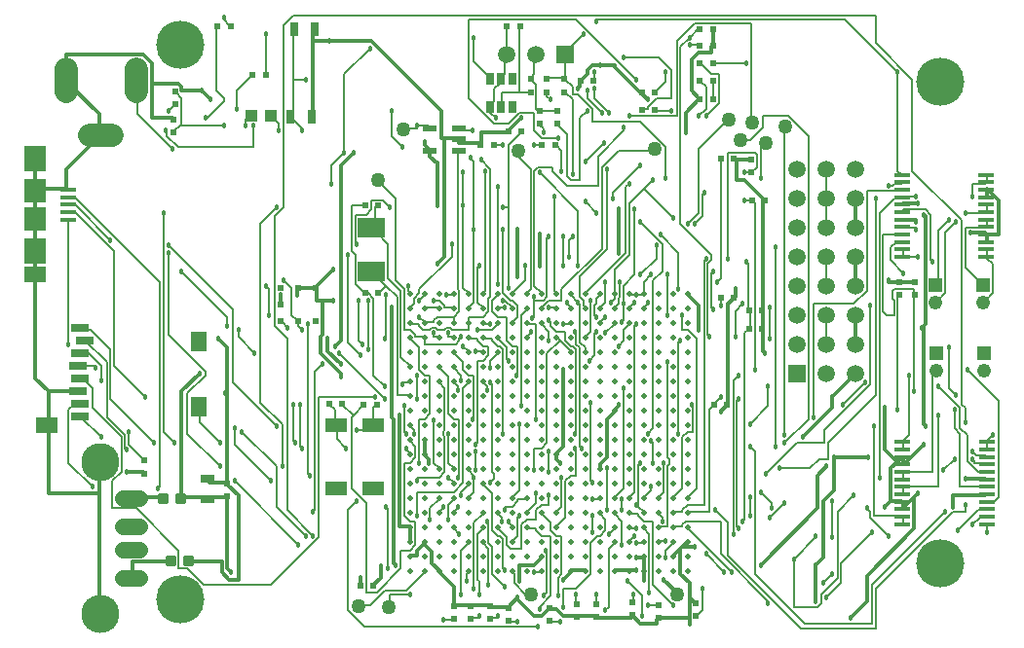
<source format=gbl>
G75*
%MOIN*%
%OFA0B0*%
%FSLAX25Y25*%
%IPPOS*%
%LPD*%
%AMOC8*
5,1,8,0,0,1.08239X$1,22.5*
%
%ADD10R,0.02362X0.01969*%
%ADD11R,0.01969X0.02362*%
%ADD12R,0.02400X0.02000*%
%ADD13R,0.03150X0.04724*%
%ADD14R,0.02000X0.02400*%
%ADD15R,0.04724X0.03150*%
%ADD16R,0.05500X0.01370*%
%ADD17C,0.05610*%
%ADD18C,0.13055*%
%ADD19C,0.07874*%
%ADD20C,0.00875*%
%ADD21R,0.05906X0.05906*%
%ADD22C,0.05906*%
%ADD23R,0.04800X0.04800*%
%ADD24C,0.04800*%
%ADD25R,0.02800X0.03900*%
%ADD26R,0.04331X0.03937*%
%ADD27C,0.01969*%
%ADD28C,0.05000*%
%ADD29R,0.05000X0.02200*%
%ADD30R,0.07480X0.05118*%
%ADD31R,0.09449X0.07087*%
%ADD32R,0.05512X0.01575*%
%ADD33R,0.07480X0.07874*%
%ADD34R,0.07480X0.08661*%
%ADD35R,0.05512X0.07087*%
%ADD36R,0.07480X0.05512*%
%ADD37R,0.05906X0.03150*%
%ADD38C,0.01200*%
%ADD39C,0.01800*%
%ADD40C,0.00500*%
%ADD41C,0.16500*%
D10*
X0114361Y0120159D03*
X0120267Y0120159D03*
X0126172Y0120159D03*
X0126172Y0131576D03*
X0120267Y0131576D03*
X0114361Y0131576D03*
D11*
X0114361Y0125868D03*
D12*
X0143067Y0129668D03*
X0147467Y0129668D03*
X0147467Y0159668D03*
X0143067Y0159668D03*
X0182667Y0180368D03*
X0187067Y0180368D03*
X0192267Y0185168D03*
X0196667Y0185168D03*
X0203667Y0180368D03*
X0208067Y0180368D03*
X0237867Y0192368D03*
X0242267Y0192368D03*
X0242267Y0198368D03*
X0237867Y0198368D03*
X0221267Y0202568D03*
X0216867Y0202568D03*
X0196067Y0221168D03*
X0191667Y0221168D03*
X0257667Y0219968D03*
X0262067Y0219968D03*
X0262067Y0214568D03*
X0257667Y0214568D03*
X0257667Y0208568D03*
X0262067Y0208568D03*
X0262067Y0202568D03*
X0257667Y0202568D03*
X0257667Y0195968D03*
X0262067Y0195968D03*
X0264867Y0175818D03*
X0269267Y0175818D03*
X0275617Y0161418D03*
X0280017Y0161418D03*
X0269317Y0128218D03*
X0264917Y0128218D03*
X0274417Y0123818D03*
X0278817Y0123818D03*
X0278817Y0117368D03*
X0274417Y0117368D03*
X0266967Y0091518D03*
X0262567Y0091518D03*
X0147117Y0091368D03*
X0142717Y0091368D03*
X0135217Y0091668D03*
X0130817Y0091668D03*
X0141567Y0029468D03*
X0145967Y0029468D03*
X0109067Y0204368D03*
X0104667Y0204368D03*
X0097067Y0221168D03*
X0092667Y0221168D03*
D13*
X0118923Y0219968D03*
X0126010Y0219968D03*
X0124810Y0189968D03*
X0117723Y0189968D03*
D14*
X0078067Y0194368D03*
X0078067Y0198768D03*
X0077467Y0189168D03*
X0077467Y0184768D03*
X0199767Y0198568D03*
X0199767Y0202968D03*
X0205267Y0202968D03*
X0205267Y0198568D03*
X0211267Y0198568D03*
X0211267Y0202968D03*
X0208867Y0192168D03*
X0208867Y0187768D03*
X0202867Y0187768D03*
X0202867Y0192168D03*
X0275317Y0175318D03*
X0275317Y0170918D03*
X0325867Y0133368D03*
X0325867Y0128968D03*
X0331267Y0128968D03*
X0331267Y0133368D03*
X0256367Y0023418D03*
X0256367Y0019018D03*
X0243467Y0018268D03*
X0243467Y0022668D03*
X0234667Y0023718D03*
X0234667Y0019318D03*
X0222117Y0018718D03*
X0222117Y0023118D03*
X0215517Y0023118D03*
X0215517Y0018718D03*
X0206067Y0017368D03*
X0206067Y0021768D03*
X0192067Y0021768D03*
X0185967Y0022368D03*
X0185967Y0017968D03*
X0192067Y0017368D03*
X0179367Y0017968D03*
X0179367Y0022368D03*
X0173667Y0022368D03*
X0173667Y0017968D03*
X0095917Y0060018D03*
X0095917Y0064418D03*
X0067667Y0067868D03*
X0067667Y0072268D03*
D15*
X0089317Y0066211D03*
X0089317Y0059124D03*
D16*
X0326973Y0058170D03*
X0326973Y0060729D03*
X0326973Y0063288D03*
X0326973Y0065847D03*
X0326973Y0068406D03*
X0326973Y0070965D03*
X0326973Y0073524D03*
X0326973Y0076083D03*
X0326973Y0078643D03*
X0355760Y0078643D03*
X0355760Y0076083D03*
X0355760Y0073524D03*
X0355760Y0070965D03*
X0355760Y0068406D03*
X0355760Y0065847D03*
X0355760Y0063288D03*
X0355760Y0060729D03*
X0355760Y0058170D03*
X0355760Y0055611D03*
X0355760Y0053052D03*
X0355760Y0050493D03*
X0326973Y0050493D03*
X0326973Y0053052D03*
X0326973Y0055611D03*
X0326923Y0142093D03*
X0326923Y0144652D03*
X0326923Y0147211D03*
X0326923Y0149770D03*
X0326923Y0152329D03*
X0326923Y0154888D03*
X0326923Y0157447D03*
X0326923Y0160006D03*
X0326923Y0162565D03*
X0326923Y0165124D03*
X0326923Y0167683D03*
X0326923Y0170243D03*
X0355710Y0170243D03*
X0355710Y0167683D03*
X0355710Y0165124D03*
X0355710Y0162565D03*
X0355710Y0160006D03*
X0355710Y0157447D03*
X0355710Y0154888D03*
X0355710Y0152329D03*
X0355710Y0149770D03*
X0355710Y0147211D03*
X0355710Y0144652D03*
X0355710Y0142093D03*
D17*
X0065891Y0059547D02*
X0060281Y0059547D01*
X0060281Y0049705D02*
X0065891Y0049705D01*
X0065891Y0041831D02*
X0060281Y0041831D01*
X0060281Y0031988D02*
X0065891Y0031988D01*
D18*
X0052417Y0019902D03*
X0052417Y0071634D03*
D19*
X0048780Y0183670D02*
X0056654Y0183670D01*
X0064921Y0198631D02*
X0064921Y0206505D01*
X0040906Y0206505D02*
X0040906Y0198631D01*
D20*
X0072704Y0060781D02*
X0075330Y0060781D01*
X0075330Y0058155D01*
X0072704Y0058155D01*
X0072704Y0060781D01*
X0072704Y0059029D02*
X0075330Y0059029D01*
X0075330Y0059903D02*
X0072704Y0059903D01*
X0072704Y0060777D02*
X0075330Y0060777D01*
X0078704Y0060781D02*
X0081330Y0060781D01*
X0081330Y0058155D01*
X0078704Y0058155D01*
X0078704Y0060781D01*
X0078704Y0059029D02*
X0081330Y0059029D01*
X0081330Y0059903D02*
X0078704Y0059903D01*
X0078704Y0060777D02*
X0081330Y0060777D01*
X0081104Y0039281D02*
X0083730Y0039281D01*
X0083730Y0036655D01*
X0081104Y0036655D01*
X0081104Y0039281D01*
X0081104Y0037529D02*
X0083730Y0037529D01*
X0083730Y0038403D02*
X0081104Y0038403D01*
X0081104Y0039277D02*
X0083730Y0039277D01*
X0077730Y0039281D02*
X0075104Y0039281D01*
X0077730Y0039281D02*
X0077730Y0036655D01*
X0075104Y0036655D01*
X0075104Y0039281D01*
X0075104Y0037529D02*
X0077730Y0037529D01*
X0077730Y0038403D02*
X0075104Y0038403D01*
X0075104Y0039277D02*
X0077730Y0039277D01*
D21*
X0290767Y0102068D03*
X0211567Y0211568D03*
D22*
X0201567Y0211568D03*
X0191567Y0211568D03*
X0290767Y0172068D03*
X0300767Y0172068D03*
X0310767Y0172068D03*
X0310767Y0162068D03*
X0300767Y0162068D03*
X0290767Y0162068D03*
X0290767Y0152068D03*
X0300767Y0152068D03*
X0310767Y0152068D03*
X0310767Y0142068D03*
X0300767Y0142068D03*
X0290767Y0142068D03*
X0290767Y0132068D03*
X0300767Y0132068D03*
X0310767Y0132068D03*
X0310767Y0122068D03*
X0300767Y0122068D03*
X0290767Y0122068D03*
X0290767Y0112068D03*
X0300767Y0112068D03*
X0310767Y0112068D03*
X0310767Y0102068D03*
X0300767Y0102068D03*
D23*
X0338717Y0109068D03*
X0354917Y0109068D03*
X0354467Y0132318D03*
X0338267Y0132318D03*
D24*
X0338267Y0126418D03*
X0354467Y0126418D03*
X0354917Y0103168D03*
X0338717Y0103168D03*
D25*
X0193417Y0193518D03*
X0189717Y0193518D03*
X0186017Y0193518D03*
X0186017Y0202918D03*
X0189717Y0202918D03*
X0193417Y0202918D03*
D26*
X0110813Y0190568D03*
X0104120Y0190568D03*
D27*
X0158517Y0129268D03*
X0163517Y0129268D03*
X0168517Y0129268D03*
X0173517Y0129268D03*
X0178517Y0129268D03*
X0183517Y0129268D03*
X0188517Y0129268D03*
X0193517Y0129268D03*
X0198517Y0129268D03*
X0203517Y0129268D03*
X0208517Y0129268D03*
X0213517Y0129268D03*
X0218517Y0129268D03*
X0223517Y0129268D03*
X0228517Y0129268D03*
X0233517Y0129268D03*
X0238517Y0129268D03*
X0243517Y0129268D03*
X0248517Y0129268D03*
X0253517Y0129268D03*
X0253517Y0124268D03*
X0248517Y0124268D03*
X0248517Y0119268D03*
X0253517Y0119268D03*
X0253517Y0114268D03*
X0248517Y0114268D03*
X0248517Y0109268D03*
X0253517Y0109268D03*
X0253517Y0104268D03*
X0248517Y0104268D03*
X0248517Y0099268D03*
X0253517Y0099268D03*
X0253517Y0094268D03*
X0248517Y0094268D03*
X0248517Y0089268D03*
X0253517Y0089268D03*
X0253517Y0084268D03*
X0248517Y0084268D03*
X0248517Y0079268D03*
X0253517Y0079268D03*
X0253517Y0074268D03*
X0248517Y0074268D03*
X0248517Y0069268D03*
X0253517Y0069268D03*
X0253517Y0064268D03*
X0248517Y0064268D03*
X0248517Y0059268D03*
X0253517Y0059268D03*
X0253517Y0054268D03*
X0248517Y0054268D03*
X0248517Y0049268D03*
X0253517Y0049268D03*
X0253517Y0044268D03*
X0248517Y0044268D03*
X0243517Y0044268D03*
X0238517Y0044268D03*
X0233517Y0044268D03*
X0233517Y0049268D03*
X0238517Y0049268D03*
X0243517Y0049268D03*
X0243517Y0054268D03*
X0238517Y0054268D03*
X0233517Y0054268D03*
X0233517Y0059268D03*
X0238517Y0059268D03*
X0243517Y0059268D03*
X0243517Y0064268D03*
X0238517Y0064268D03*
X0233517Y0064268D03*
X0233517Y0069268D03*
X0238517Y0069268D03*
X0243517Y0069268D03*
X0243517Y0074268D03*
X0238517Y0074268D03*
X0233517Y0074268D03*
X0228517Y0074268D03*
X0223517Y0074268D03*
X0218517Y0074268D03*
X0218517Y0069268D03*
X0223517Y0069268D03*
X0228517Y0069268D03*
X0228517Y0064268D03*
X0223517Y0064268D03*
X0218517Y0064268D03*
X0218517Y0059268D03*
X0223517Y0059268D03*
X0228517Y0059268D03*
X0228517Y0054268D03*
X0223517Y0054268D03*
X0218517Y0054268D03*
X0218517Y0049268D03*
X0223517Y0049268D03*
X0228517Y0049268D03*
X0228517Y0044268D03*
X0223517Y0044268D03*
X0218517Y0044268D03*
X0213517Y0044268D03*
X0208517Y0044268D03*
X0208517Y0049268D03*
X0213517Y0049268D03*
X0213517Y0054268D03*
X0208517Y0054268D03*
X0208517Y0059268D03*
X0213517Y0059268D03*
X0213517Y0064268D03*
X0208517Y0064268D03*
X0208517Y0069268D03*
X0213517Y0069268D03*
X0213517Y0074268D03*
X0208517Y0074268D03*
X0203517Y0074268D03*
X0198517Y0074268D03*
X0193517Y0074268D03*
X0193517Y0069268D03*
X0198517Y0069268D03*
X0203517Y0069268D03*
X0203517Y0064268D03*
X0198517Y0064268D03*
X0193517Y0064268D03*
X0193517Y0059268D03*
X0198517Y0059268D03*
X0203517Y0059268D03*
X0203517Y0054268D03*
X0198517Y0054268D03*
X0193517Y0054268D03*
X0193517Y0049268D03*
X0198517Y0049268D03*
X0203517Y0049268D03*
X0203517Y0044268D03*
X0198517Y0044268D03*
X0193517Y0044268D03*
X0188517Y0044268D03*
X0183517Y0044268D03*
X0178517Y0044268D03*
X0178517Y0049268D03*
X0183517Y0049268D03*
X0188517Y0049268D03*
X0188517Y0054268D03*
X0183517Y0054268D03*
X0178517Y0054268D03*
X0178517Y0059268D03*
X0183517Y0059268D03*
X0188517Y0059268D03*
X0188517Y0064268D03*
X0183517Y0064268D03*
X0178517Y0064268D03*
X0178517Y0069268D03*
X0183517Y0069268D03*
X0188517Y0069268D03*
X0188517Y0074268D03*
X0183517Y0074268D03*
X0178517Y0074268D03*
X0173517Y0074268D03*
X0168517Y0074268D03*
X0168517Y0069268D03*
X0173517Y0069268D03*
X0173517Y0064268D03*
X0168517Y0064268D03*
X0168517Y0059268D03*
X0173517Y0059268D03*
X0173517Y0054268D03*
X0168517Y0054268D03*
X0168517Y0049268D03*
X0173517Y0049268D03*
X0173517Y0044268D03*
X0168517Y0044268D03*
X0163517Y0044268D03*
X0158517Y0044268D03*
X0158517Y0049268D03*
X0163517Y0049268D03*
X0163517Y0054268D03*
X0158517Y0054268D03*
X0158517Y0059268D03*
X0163517Y0059268D03*
X0163517Y0064268D03*
X0158517Y0064268D03*
X0158517Y0069268D03*
X0163517Y0069268D03*
X0163517Y0074268D03*
X0158517Y0074268D03*
X0158517Y0079268D03*
X0163517Y0079268D03*
X0168517Y0079268D03*
X0173517Y0079268D03*
X0178517Y0079268D03*
X0183517Y0079268D03*
X0188517Y0079268D03*
X0193517Y0079268D03*
X0198517Y0079268D03*
X0203517Y0079268D03*
X0208517Y0079268D03*
X0213517Y0079268D03*
X0218517Y0079268D03*
X0223517Y0079268D03*
X0228517Y0079268D03*
X0233517Y0079268D03*
X0238517Y0079268D03*
X0243517Y0079268D03*
X0243517Y0084268D03*
X0238517Y0084268D03*
X0233517Y0084268D03*
X0233517Y0089268D03*
X0238517Y0089268D03*
X0243517Y0089268D03*
X0243517Y0094268D03*
X0238517Y0094268D03*
X0233517Y0094268D03*
X0233517Y0099268D03*
X0238517Y0099268D03*
X0243517Y0099268D03*
X0243517Y0104268D03*
X0238517Y0104268D03*
X0233517Y0104268D03*
X0228517Y0104268D03*
X0223517Y0104268D03*
X0218517Y0104268D03*
X0218517Y0099268D03*
X0223517Y0099268D03*
X0228517Y0099268D03*
X0228517Y0094268D03*
X0223517Y0094268D03*
X0218517Y0094268D03*
X0218517Y0089268D03*
X0223517Y0089268D03*
X0228517Y0089268D03*
X0228517Y0084268D03*
X0223517Y0084268D03*
X0218517Y0084268D03*
X0213517Y0084268D03*
X0208517Y0084268D03*
X0208517Y0089268D03*
X0213517Y0089268D03*
X0213517Y0094268D03*
X0208517Y0094268D03*
X0208517Y0099268D03*
X0213517Y0099268D03*
X0213517Y0104268D03*
X0208517Y0104268D03*
X0203517Y0104268D03*
X0198517Y0104268D03*
X0193517Y0104268D03*
X0193517Y0099268D03*
X0198517Y0099268D03*
X0203517Y0099268D03*
X0203517Y0094268D03*
X0198517Y0094268D03*
X0193517Y0094268D03*
X0193517Y0089268D03*
X0198517Y0089268D03*
X0203517Y0089268D03*
X0203517Y0084268D03*
X0198517Y0084268D03*
X0193517Y0084268D03*
X0188517Y0084268D03*
X0183517Y0084268D03*
X0178517Y0084268D03*
X0178517Y0089268D03*
X0183517Y0089268D03*
X0188517Y0089268D03*
X0188517Y0094268D03*
X0183517Y0094268D03*
X0178517Y0094268D03*
X0178517Y0099268D03*
X0183517Y0099268D03*
X0188517Y0099268D03*
X0188517Y0104268D03*
X0183517Y0104268D03*
X0178517Y0104268D03*
X0173517Y0104268D03*
X0168517Y0104268D03*
X0168517Y0099268D03*
X0173517Y0099268D03*
X0173517Y0094268D03*
X0168517Y0094268D03*
X0168517Y0089268D03*
X0173517Y0089268D03*
X0173517Y0084268D03*
X0168517Y0084268D03*
X0163517Y0084268D03*
X0158517Y0084268D03*
X0158517Y0089268D03*
X0163517Y0089268D03*
X0163517Y0094268D03*
X0158517Y0094268D03*
X0158517Y0099268D03*
X0163517Y0099268D03*
X0163517Y0104268D03*
X0158517Y0104268D03*
X0158517Y0109268D03*
X0163517Y0109268D03*
X0168517Y0109268D03*
X0173517Y0109268D03*
X0178517Y0109268D03*
X0183517Y0109268D03*
X0188517Y0109268D03*
X0193517Y0109268D03*
X0198517Y0109268D03*
X0203517Y0109268D03*
X0208517Y0109268D03*
X0213517Y0109268D03*
X0218517Y0109268D03*
X0223517Y0109268D03*
X0228517Y0109268D03*
X0233517Y0109268D03*
X0238517Y0109268D03*
X0243517Y0109268D03*
X0243517Y0114268D03*
X0238517Y0114268D03*
X0233517Y0114268D03*
X0233517Y0119268D03*
X0238517Y0119268D03*
X0243517Y0119268D03*
X0243517Y0124268D03*
X0238517Y0124268D03*
X0233517Y0124268D03*
X0228517Y0124268D03*
X0223517Y0124268D03*
X0218517Y0124268D03*
X0218517Y0119268D03*
X0223517Y0119268D03*
X0228517Y0119268D03*
X0228517Y0114268D03*
X0223517Y0114268D03*
X0218517Y0114268D03*
X0213517Y0114268D03*
X0208517Y0114268D03*
X0208517Y0119268D03*
X0213517Y0119268D03*
X0213517Y0124268D03*
X0208517Y0124268D03*
X0203517Y0124268D03*
X0198517Y0124268D03*
X0193517Y0124268D03*
X0193517Y0119268D03*
X0198517Y0119268D03*
X0203517Y0119268D03*
X0203517Y0114268D03*
X0198517Y0114268D03*
X0193517Y0114268D03*
X0188517Y0114268D03*
X0183517Y0114268D03*
X0178517Y0114268D03*
X0178517Y0119268D03*
X0183517Y0119268D03*
X0188517Y0119268D03*
X0188517Y0124268D03*
X0183517Y0124268D03*
X0178517Y0124268D03*
X0173517Y0124268D03*
X0168517Y0124268D03*
X0168517Y0119268D03*
X0173517Y0119268D03*
X0173517Y0114268D03*
X0168517Y0114268D03*
X0163517Y0114268D03*
X0158517Y0114268D03*
X0158517Y0119268D03*
X0163517Y0119268D03*
X0163517Y0124268D03*
X0158517Y0124268D03*
X0158517Y0039268D03*
X0163517Y0039268D03*
X0168517Y0039268D03*
X0173517Y0039268D03*
X0178517Y0039268D03*
X0183517Y0039268D03*
X0188517Y0039268D03*
X0193517Y0039268D03*
X0198517Y0039268D03*
X0203517Y0039268D03*
X0208517Y0039268D03*
X0213517Y0039268D03*
X0218517Y0039268D03*
X0223517Y0039268D03*
X0228517Y0039268D03*
X0233517Y0039268D03*
X0238517Y0039268D03*
X0243517Y0039268D03*
X0248517Y0039268D03*
X0253517Y0039268D03*
X0253517Y0034268D03*
X0248517Y0034268D03*
X0243517Y0034268D03*
X0238517Y0034268D03*
X0233517Y0034268D03*
X0228517Y0034268D03*
X0223517Y0034268D03*
X0218517Y0034268D03*
X0213517Y0034268D03*
X0208517Y0034268D03*
X0203517Y0034268D03*
X0198517Y0034268D03*
X0193517Y0034268D03*
X0188517Y0034268D03*
X0183517Y0034268D03*
X0178517Y0034268D03*
X0173517Y0034268D03*
X0168517Y0034268D03*
X0163517Y0034268D03*
X0158517Y0034268D03*
D28*
X0151167Y0022168D03*
X0140967Y0022368D03*
X0199767Y0026368D03*
X0249967Y0026568D03*
X0147667Y0168368D03*
X0156067Y0185768D03*
X0195517Y0178568D03*
X0242167Y0178918D03*
X0267667Y0189118D03*
X0275467Y0187918D03*
X0271567Y0181918D03*
X0280117Y0180968D03*
X0286867Y0186718D03*
D29*
X0175317Y0185968D03*
X0175317Y0182268D03*
X0175317Y0178568D03*
X0165117Y0178568D03*
X0165117Y0185968D03*
D30*
X0145967Y0084468D03*
X0133368Y0084468D03*
X0133368Y0062814D03*
X0145967Y0062814D03*
D31*
X0145267Y0137207D03*
X0145267Y0152168D03*
D32*
X0041537Y0154850D03*
X0041537Y0157409D03*
X0041537Y0159968D03*
X0041537Y0162527D03*
X0041537Y0165086D03*
D33*
X0030317Y0164889D03*
X0030317Y0155046D03*
D34*
X0030317Y0144220D03*
X0030317Y0175716D03*
D35*
X0086092Y0113080D03*
X0086092Y0090639D03*
D36*
X0034320Y0084339D03*
X0030383Y0136111D03*
D37*
X0045541Y0117765D03*
X0047115Y0113434D03*
X0045541Y0109103D03*
X0044753Y0104772D03*
X0045541Y0100442D03*
X0044753Y0096111D03*
X0045541Y0091780D03*
X0045541Y0087450D03*
D38*
X0034767Y0084668D02*
X0034320Y0084339D01*
X0034767Y0084043D01*
X0034767Y0060918D01*
X0052267Y0060918D01*
X0052267Y0020293D01*
X0052417Y0019902D01*
X0063086Y0031988D02*
X0063517Y0032168D01*
X0063517Y0037793D01*
X0076017Y0037793D01*
X0076417Y0037968D01*
X0082417Y0037968D02*
X0082892Y0037793D01*
X0094142Y0037793D01*
X0094142Y0034043D01*
X0096642Y0031543D01*
X0099767Y0031543D01*
X0099767Y0060293D01*
X0096017Y0064043D01*
X0095917Y0064418D01*
X0096017Y0064668D01*
X0096017Y0095293D01*
X0095392Y0095293D01*
X0096017Y0095293D02*
X0096017Y0110918D01*
X0092892Y0114043D01*
X0086642Y0102168D02*
X0080392Y0095918D01*
X0080392Y0059668D01*
X0080017Y0059468D01*
X0081017Y0059668D01*
X0089142Y0059668D01*
X0089317Y0059124D01*
X0089767Y0059668D01*
X0095392Y0059668D01*
X0095917Y0060018D01*
X0096017Y0059668D01*
X0096017Y0035293D01*
X0097267Y0034043D01*
X0074017Y0059468D02*
X0073517Y0059668D01*
X0063517Y0059668D01*
X0063086Y0059547D01*
X0052267Y0060918D02*
X0052267Y0071543D01*
X0052417Y0071634D01*
X0061642Y0068418D02*
X0067267Y0068418D01*
X0067667Y0067868D01*
X0089317Y0066211D02*
X0089767Y0065918D01*
X0089767Y0064668D01*
X0095392Y0064668D01*
X0095917Y0064418D01*
X0141642Y0032168D02*
X0141642Y0029668D01*
X0141567Y0029468D01*
X0145967Y0029468D02*
X0146017Y0029668D01*
X0148517Y0032168D01*
X0148517Y0035918D01*
X0152892Y0037168D02*
X0153517Y0036543D01*
X0152892Y0037168D02*
X0152892Y0086543D01*
X0152267Y0087168D01*
X0152267Y0124668D01*
X0134767Y0124668D02*
X0134767Y0113418D01*
X0132892Y0111543D01*
X0130392Y0109668D02*
X0130392Y0114043D01*
X0128517Y0115293D02*
X0127892Y0114668D01*
X0127892Y0109043D01*
X0134767Y0102168D01*
X0134767Y0100918D01*
X0134767Y0105293D02*
X0130392Y0109668D01*
X0128517Y0115293D02*
X0128517Y0127168D01*
X0132267Y0127168D01*
X0134767Y0124668D02*
X0134767Y0153418D01*
X0134767Y0173418D01*
X0139142Y0177793D01*
X0125392Y0190293D02*
X0124810Y0189968D01*
X0125392Y0190293D02*
X0125392Y0215918D01*
X0131017Y0215918D01*
X0145392Y0215918D01*
X0169142Y0192168D01*
X0169142Y0182793D01*
X0170392Y0182793D01*
X0170392Y0179668D01*
X0170392Y0142168D01*
X0167892Y0139668D01*
X0195392Y0135293D02*
X0195392Y0151543D01*
X0202892Y0149668D02*
X0202892Y0139043D01*
X0229767Y0143418D02*
X0229767Y0158418D01*
X0252892Y0184668D02*
X0252892Y0191543D01*
X0257267Y0195918D01*
X0257667Y0195968D01*
X0257267Y0196543D01*
X0254767Y0199043D01*
X0254767Y0209668D01*
X0257267Y0212168D01*
X0261642Y0212168D01*
X0261642Y0214043D01*
X0262067Y0214568D01*
X0262267Y0214668D01*
X0262267Y0219668D01*
X0262067Y0219968D01*
X0237867Y0198368D02*
X0237892Y0197793D01*
X0239767Y0195918D01*
X0237867Y0198368D02*
X0237267Y0198418D01*
X0228517Y0207168D01*
X0228517Y0207793D01*
X0223517Y0207793D01*
X0221017Y0207793D01*
X0219142Y0205918D01*
X0219142Y0204668D01*
X0217267Y0202793D01*
X0216867Y0202568D01*
X0216642Y0202168D01*
X0216642Y0200293D01*
X0216017Y0199668D01*
X0196642Y0189668D02*
X0192267Y0185293D01*
X0192267Y0185168D01*
X0192267Y0184668D01*
X0182892Y0184668D01*
X0182892Y0180918D01*
X0182667Y0180368D01*
X0182267Y0180918D01*
X0175392Y0180918D01*
X0175392Y0182168D01*
X0175317Y0182268D01*
X0174767Y0182793D01*
X0170392Y0182793D01*
X0165117Y0178568D02*
X0164767Y0179043D01*
X0163517Y0180293D01*
X0163517Y0181543D01*
X0165117Y0178568D02*
X0165392Y0178418D01*
X0165392Y0176543D01*
X0167892Y0174043D01*
X0167892Y0159668D01*
X0132267Y0137793D02*
X0126642Y0132168D01*
X0126172Y0131576D01*
X0126642Y0131543D01*
X0126642Y0127168D01*
X0128517Y0127168D01*
X0126172Y0131576D02*
X0126017Y0131543D01*
X0120392Y0131543D01*
X0120267Y0131576D01*
X0119767Y0131543D01*
X0119767Y0129043D01*
X0114142Y0129043D02*
X0114142Y0125918D01*
X0114361Y0125868D01*
X0154767Y0087793D02*
X0154767Y0049668D01*
X0158517Y0049668D01*
X0158517Y0049268D01*
X0158517Y0044268D01*
X0161017Y0041543D02*
X0163517Y0044043D01*
X0163517Y0044268D01*
X0163517Y0043418D01*
X0166017Y0040918D01*
X0166017Y0037168D01*
X0168517Y0034668D01*
X0168517Y0034268D01*
X0168517Y0034043D01*
X0173517Y0029043D01*
X0173517Y0022793D01*
X0173667Y0022368D01*
X0174142Y0022793D01*
X0179142Y0022793D01*
X0179367Y0022368D01*
X0179767Y0022793D01*
X0185392Y0022793D01*
X0185967Y0022368D01*
X0186017Y0022168D01*
X0191642Y0022168D01*
X0192067Y0021768D01*
X0192267Y0022168D01*
X0195392Y0025293D01*
X0195392Y0024668D01*
X0201017Y0019043D01*
X0203517Y0019043D01*
X0206017Y0021543D01*
X0206067Y0021768D01*
X0206642Y0021543D01*
X0208517Y0021543D01*
X0211017Y0019043D01*
X0215392Y0019043D01*
X0215517Y0018718D01*
X0216017Y0019043D01*
X0221642Y0019043D01*
X0222117Y0018718D01*
X0222267Y0018418D01*
X0234142Y0018418D01*
X0234142Y0019043D01*
X0234667Y0019318D01*
X0234767Y0019043D01*
X0237267Y0016543D01*
X0242892Y0016543D01*
X0242892Y0017793D01*
X0243467Y0018268D01*
X0243517Y0018418D01*
X0254142Y0018418D01*
X0254142Y0016543D01*
X0254142Y0018418D02*
X0254142Y0024668D01*
X0254454Y0024980D01*
X0256017Y0023418D01*
X0256367Y0023418D01*
X0254454Y0024980D02*
X0254142Y0025293D01*
X0254142Y0030293D01*
X0251017Y0033418D01*
X0251017Y0041543D01*
X0250704Y0041855D01*
X0248517Y0039668D01*
X0248517Y0039268D01*
X0250704Y0041855D02*
X0251954Y0043105D01*
X0252267Y0042793D01*
X0256017Y0042793D01*
X0253517Y0044268D02*
X0253517Y0044668D01*
X0251954Y0043105D01*
X0238517Y0039268D02*
X0238517Y0039043D01*
X0236017Y0039043D01*
X0238517Y0039043D02*
X0238517Y0034268D01*
X0238517Y0031543D01*
X0236017Y0034668D02*
X0233517Y0034668D01*
X0233517Y0034268D01*
X0233517Y0034668D02*
X0228517Y0034668D01*
X0228517Y0034268D01*
X0218517Y0034268D02*
X0218517Y0034668D01*
X0213517Y0034668D01*
X0213517Y0034268D01*
X0213517Y0034043D01*
X0211017Y0031543D01*
X0203517Y0039043D02*
X0203517Y0039268D01*
X0203517Y0039043D02*
X0201017Y0036543D01*
X0196017Y0036543D01*
X0196017Y0030918D01*
X0161017Y0039668D02*
X0161017Y0041543D01*
X0161017Y0039668D02*
X0158517Y0039668D01*
X0158517Y0039268D01*
X0164767Y0071543D02*
X0164767Y0072793D01*
X0163517Y0074043D01*
X0163517Y0074268D01*
X0163517Y0079268D01*
X0208517Y0074668D02*
X0208517Y0074268D01*
X0208517Y0072793D01*
X0209767Y0071543D01*
X0208517Y0074668D02*
X0211017Y0077168D01*
X0211017Y0103418D01*
X0229767Y0091543D02*
X0229767Y0090918D01*
X0228517Y0089668D01*
X0228517Y0089268D01*
X0228517Y0089043D01*
X0226017Y0086543D01*
X0226017Y0073418D01*
X0223517Y0070918D01*
X0223517Y0069268D01*
X0264767Y0089043D02*
X0266642Y0090918D01*
X0266967Y0091518D01*
X0267267Y0091543D01*
X0267267Y0125918D01*
X0269142Y0127793D01*
X0269317Y0128218D01*
X0269767Y0128418D01*
X0269767Y0130918D01*
X0278817Y0123818D02*
X0279142Y0124043D01*
X0279142Y0157793D01*
X0279142Y0161543D01*
X0280017Y0161418D01*
X0279767Y0161543D01*
X0272892Y0168418D01*
X0270392Y0168418D01*
X0270392Y0175293D01*
X0269267Y0175818D01*
X0269767Y0175293D01*
X0270392Y0175293D01*
X0274767Y0175293D01*
X0275317Y0175318D01*
X0310767Y0162068D02*
X0311017Y0161543D01*
X0311017Y0152168D01*
X0310767Y0152068D01*
X0310767Y0142068D02*
X0311017Y0141543D01*
X0311017Y0132168D01*
X0310767Y0132068D01*
X0322267Y0133418D02*
X0322267Y0134043D01*
X0322267Y0133418D02*
X0325392Y0133418D01*
X0325867Y0133368D01*
X0326017Y0133418D01*
X0331017Y0133418D01*
X0331267Y0133368D01*
X0334767Y0119043D02*
X0334767Y0155918D01*
X0334142Y0156543D01*
X0331642Y0154668D02*
X0327267Y0154668D01*
X0326923Y0154888D01*
X0331642Y0154668D02*
X0331642Y0154043D01*
X0326923Y0160006D02*
X0327267Y0160293D01*
X0332267Y0160293D01*
X0350392Y0150293D02*
X0355392Y0150293D01*
X0355710Y0149770D01*
X0356642Y0149668D01*
X0359767Y0149668D01*
X0359767Y0161543D01*
X0356017Y0165293D01*
X0355710Y0165124D01*
X0356017Y0164668D01*
X0356017Y0162793D01*
X0355710Y0162565D01*
X0355710Y0149770D02*
X0356017Y0149668D01*
X0356017Y0147793D01*
X0355710Y0147211D01*
X0334767Y0119043D02*
X0333517Y0117793D01*
X0334142Y0117793D01*
X0334142Y0084668D01*
X0334767Y0084043D01*
X0334142Y0077793D02*
X0327892Y0071543D01*
X0326973Y0070965D01*
X0327267Y0071543D01*
X0327267Y0073418D01*
X0326973Y0073524D01*
X0326642Y0073418D01*
X0325079Y0071855D01*
X0321017Y0075918D01*
X0321017Y0090293D01*
X0310392Y0101543D02*
X0310767Y0102068D01*
X0310392Y0101543D02*
X0302892Y0094043D01*
X0302892Y0090293D01*
X0292892Y0080293D01*
X0303517Y0073418D02*
X0315392Y0073418D01*
X0322892Y0069668D02*
X0325079Y0071855D01*
X0322892Y0069668D02*
X0322892Y0058418D01*
X0321017Y0056543D01*
X0322892Y0058418D02*
X0326642Y0058418D01*
X0326973Y0058170D01*
X0327267Y0057793D01*
X0327267Y0055918D01*
X0326973Y0055611D01*
X0327267Y0055918D02*
X0330704Y0059355D01*
X0331017Y0059043D01*
X0331017Y0049043D01*
X0314767Y0032793D01*
X0314767Y0024043D01*
X0309142Y0018418D01*
X0297267Y0024043D02*
X0297267Y0036543D01*
X0299767Y0039043D01*
X0299767Y0058418D01*
X0303517Y0062168D01*
X0303517Y0062793D01*
X0303517Y0073418D01*
X0301017Y0070293D02*
X0297892Y0067168D01*
X0297892Y0055918D01*
X0278517Y0036543D01*
X0249767Y0027168D02*
X0249967Y0026568D01*
X0249767Y0027168D02*
X0245392Y0031543D01*
X0330704Y0059355D02*
X0332267Y0060918D01*
X0344142Y0060293D02*
X0344142Y0056543D01*
X0344142Y0060293D02*
X0355392Y0060293D01*
X0355760Y0060729D01*
X0355760Y0065847D02*
X0355392Y0065918D01*
X0348517Y0065918D01*
X0279767Y0109043D02*
X0279142Y0109668D01*
X0279142Y0114668D01*
X0279142Y0117168D01*
X0278817Y0117368D01*
X0279142Y0117793D01*
X0279142Y0123418D01*
X0278817Y0123818D01*
X0257267Y0125293D02*
X0257267Y0117168D01*
X0257267Y0125293D02*
X0253517Y0129043D01*
X0253517Y0129268D01*
X0310767Y0122068D02*
X0311017Y0121543D01*
X0311017Y0112168D01*
X0310767Y0112068D01*
X0125392Y0215918D02*
X0125392Y0219668D01*
X0126010Y0219968D01*
X0090392Y0195918D02*
X0087267Y0199043D01*
X0080392Y0199043D01*
X0080392Y0200293D01*
X0079142Y0201543D01*
X0070392Y0201543D01*
X0070392Y0189668D01*
X0077267Y0189668D01*
X0077467Y0189168D01*
X0070392Y0201543D02*
X0070392Y0208418D01*
X0067267Y0211543D01*
X0041017Y0211543D01*
X0041017Y0202793D01*
X0040906Y0202568D01*
X0041017Y0202168D01*
X0052267Y0190918D01*
X0052267Y0184043D01*
X0052717Y0183670D01*
X0052267Y0183418D01*
X0041017Y0172168D01*
X0041017Y0165293D01*
X0041537Y0165086D01*
X0041017Y0165293D02*
X0030392Y0165293D01*
X0030317Y0164889D01*
X0030392Y0164668D01*
X0030392Y0155293D01*
X0030317Y0155046D01*
X0030392Y0154668D01*
X0030392Y0144668D01*
X0030317Y0144220D01*
X0030392Y0144043D01*
X0030392Y0136543D01*
X0030383Y0136111D01*
X0030392Y0135918D01*
X0030392Y0100293D01*
X0034767Y0095918D01*
X0034767Y0084668D01*
X0034767Y0095918D02*
X0044142Y0095918D01*
X0044753Y0096111D01*
X0030392Y0165293D02*
X0030392Y0175293D01*
X0030317Y0175716D01*
D39*
X0056017Y0147793D03*
X0076017Y0145918D03*
X0076017Y0143418D03*
X0080392Y0137168D03*
X0074142Y0157168D03*
X0077267Y0179043D03*
X0074767Y0185293D03*
X0076017Y0192168D03*
X0088517Y0189668D03*
X0094767Y0187168D03*
X0102267Y0187168D03*
X0104767Y0187168D03*
X0099142Y0192793D03*
X0090392Y0195918D03*
X0087267Y0199043D03*
X0113517Y0185293D03*
X0121642Y0185293D03*
X0136017Y0177793D03*
X0139142Y0177793D03*
X0131642Y0167168D03*
X0112892Y0159043D03*
X0134767Y0153418D03*
X0140392Y0146543D03*
X0137267Y0142793D03*
X0132267Y0137793D03*
X0119767Y0129043D03*
X0114142Y0129043D03*
X0109142Y0132168D03*
X0115392Y0134043D03*
X0110392Y0122168D03*
X0116642Y0117793D03*
X0121642Y0117168D03*
X0123517Y0119043D03*
X0130392Y0114043D03*
X0132892Y0111543D03*
X0134142Y0109043D03*
X0134767Y0105293D03*
X0141642Y0108418D03*
X0144142Y0110293D03*
X0142267Y0112168D03*
X0149767Y0114043D03*
X0161642Y0121543D03*
X0161642Y0127168D03*
X0166642Y0127168D03*
X0171017Y0129043D03*
X0157892Y0132168D03*
X0150392Y0129043D03*
X0152267Y0124668D03*
X0144142Y0127168D03*
X0141017Y0127168D03*
X0134767Y0124668D03*
X0132267Y0127168D03*
X0105392Y0109043D03*
X0092892Y0114043D03*
X0096017Y0118418D03*
X0099767Y0117168D03*
X0086642Y0102168D03*
X0095392Y0095293D03*
X0112892Y0084043D03*
X0119142Y0078418D03*
X0121642Y0076543D03*
X0114767Y0070293D03*
X0111017Y0065293D03*
X0098517Y0065293D03*
X0093517Y0070293D03*
X0093517Y0078418D03*
X0098517Y0083418D03*
X0101017Y0082168D03*
X0118517Y0091543D03*
X0121017Y0091543D03*
X0134767Y0100918D03*
X0128517Y0105293D03*
X0146642Y0094043D03*
X0149767Y0093418D03*
X0149767Y0097793D03*
X0156017Y0098418D03*
X0161017Y0101543D03*
X0161017Y0093418D03*
X0156642Y0090918D03*
X0154767Y0087793D03*
X0157267Y0081543D03*
X0159767Y0081543D03*
X0166642Y0085918D03*
X0171642Y0081543D03*
X0179767Y0086543D03*
X0190392Y0081543D03*
X0196017Y0084668D03*
X0201642Y0086543D03*
X0196642Y0090918D03*
X0186017Y0099043D03*
X0184767Y0096543D03*
X0176017Y0099668D03*
X0174767Y0096543D03*
X0186017Y0104043D03*
X0192267Y0106543D03*
X0194767Y0101543D03*
X0181017Y0109668D03*
X0176642Y0111543D03*
X0176017Y0114668D03*
X0171642Y0115918D03*
X0166642Y0115918D03*
X0181642Y0117168D03*
X0186017Y0119043D03*
X0191017Y0124668D03*
X0190392Y0127168D03*
X0192267Y0131543D03*
X0188517Y0132793D03*
X0195392Y0135293D03*
X0197892Y0139043D03*
X0202892Y0139043D03*
X0211017Y0139043D03*
X0216017Y0139043D03*
X0212892Y0142168D03*
X0214142Y0149043D03*
X0211017Y0149043D03*
X0206017Y0149043D03*
X0202892Y0149668D03*
X0195392Y0151543D03*
X0190392Y0151543D03*
X0190392Y0159043D03*
X0188517Y0165918D03*
X0184142Y0171543D03*
X0182892Y0175293D03*
X0179142Y0175918D03*
X0176642Y0170918D03*
X0167892Y0174043D03*
X0170392Y0179668D03*
X0163517Y0181543D03*
X0161017Y0187168D03*
X0156017Y0179668D03*
X0152267Y0192168D03*
X0179767Y0185293D03*
X0187892Y0189668D03*
X0196642Y0189668D03*
X0204142Y0184668D03*
X0209142Y0182793D03*
X0201017Y0180293D03*
X0190392Y0180293D03*
X0202892Y0170918D03*
X0210392Y0171543D03*
X0214142Y0170293D03*
X0218517Y0174668D03*
X0226017Y0172168D03*
X0233517Y0167168D03*
X0237267Y0173418D03*
X0241642Y0168418D03*
X0246017Y0169043D03*
X0259142Y0164043D03*
X0256017Y0153418D03*
X0253517Y0153418D03*
X0248517Y0155293D03*
X0244142Y0149668D03*
X0242892Y0145918D03*
X0229767Y0143418D03*
X0237267Y0135918D03*
X0241017Y0135918D03*
X0246642Y0135918D03*
X0250392Y0130918D03*
X0239767Y0126543D03*
X0235392Y0126543D03*
X0236017Y0129043D03*
X0231642Y0125918D03*
X0227267Y0126543D03*
X0225392Y0121543D03*
X0222267Y0121543D03*
X0222267Y0116543D03*
X0225392Y0115918D03*
X0229767Y0111543D03*
X0231017Y0119668D03*
X0236017Y0119043D03*
X0246642Y0122168D03*
X0251642Y0122168D03*
X0257267Y0117168D03*
X0261017Y0114668D03*
X0251017Y0113418D03*
X0246642Y0105918D03*
X0231642Y0097168D03*
X0229767Y0091543D03*
X0220392Y0092168D03*
X0214767Y0081543D03*
X0214767Y0076543D03*
X0217267Y0076543D03*
X0209767Y0071543D03*
X0206017Y0068418D03*
X0210392Y0066543D03*
X0201017Y0069043D03*
X0206017Y0075293D03*
X0221017Y0064668D03*
X0221017Y0059043D03*
X0221017Y0053418D03*
X0226017Y0055293D03*
X0231017Y0055293D03*
X0236017Y0057168D03*
X0231017Y0059043D03*
X0241017Y0063418D03*
X0241642Y0071543D03*
X0245392Y0071543D03*
X0237267Y0071543D03*
X0226017Y0069668D03*
X0241017Y0079043D03*
X0239767Y0081543D03*
X0250392Y0081543D03*
X0254767Y0091543D03*
X0264767Y0094043D03*
X0264767Y0089043D03*
X0271017Y0093418D03*
X0271017Y0101543D03*
X0276642Y0103418D03*
X0279767Y0109043D03*
X0281642Y0114043D03*
X0279142Y0114668D03*
X0269767Y0114668D03*
X0264767Y0125293D03*
X0262267Y0124043D03*
X0272267Y0125918D03*
X0269767Y0130918D03*
X0263517Y0133418D03*
X0262267Y0137168D03*
X0259767Y0141543D03*
X0267267Y0141543D03*
X0273517Y0140293D03*
X0283517Y0145293D03*
X0279142Y0157793D03*
X0272892Y0161543D03*
X0278517Y0169043D03*
X0272892Y0170918D03*
X0252892Y0184668D03*
X0257267Y0190293D03*
X0259767Y0190293D03*
X0247892Y0192168D03*
X0239767Y0195918D03*
X0236017Y0202793D03*
X0231642Y0210293D03*
X0223517Y0207793D03*
X0221642Y0205293D03*
X0221642Y0199668D03*
X0219142Y0199043D03*
X0216017Y0199668D03*
X0206642Y0195918D03*
X0219142Y0192168D03*
X0224142Y0191543D03*
X0226642Y0191543D03*
X0233517Y0190293D03*
X0231642Y0186543D03*
X0224767Y0180918D03*
X0207892Y0162793D03*
X0218517Y0160918D03*
X0222267Y0157168D03*
X0227892Y0162168D03*
X0229767Y0158418D03*
X0235392Y0158418D03*
X0237267Y0154043D03*
X0230392Y0133418D03*
X0225392Y0133418D03*
X0220392Y0127168D03*
X0216017Y0126543D03*
X0212267Y0126543D03*
X0206017Y0124668D03*
X0200392Y0120918D03*
X0206017Y0120293D03*
X0211017Y0119043D03*
X0214767Y0116543D03*
X0206017Y0113418D03*
X0199767Y0116543D03*
X0201017Y0128418D03*
X0182267Y0139043D03*
X0172892Y0146543D03*
X0180392Y0151543D03*
X0176642Y0159668D03*
X0167892Y0159668D03*
X0151642Y0159043D03*
X0167892Y0139668D03*
X0219767Y0106543D03*
X0211017Y0103418D03*
X0181017Y0077793D03*
X0181017Y0075293D03*
X0181017Y0069043D03*
X0180392Y0066543D03*
X0174767Y0066543D03*
X0171642Y0066543D03*
X0164767Y0071543D03*
X0161642Y0071543D03*
X0161017Y0065293D03*
X0157267Y0076543D03*
X0140392Y0082793D03*
X0136642Y0076543D03*
X0124142Y0067168D03*
X0140392Y0058418D03*
X0150392Y0056543D03*
X0161017Y0053418D03*
X0165392Y0052168D03*
X0169767Y0056543D03*
X0171642Y0052168D03*
X0174767Y0056543D03*
X0176017Y0060293D03*
X0186017Y0064668D03*
X0191017Y0055293D03*
X0192267Y0051543D03*
X0189767Y0051543D03*
X0196017Y0053418D03*
X0201642Y0060918D03*
X0206017Y0060293D03*
X0221017Y0047793D03*
X0226642Y0047168D03*
X0231017Y0043418D03*
X0236017Y0044043D03*
X0235392Y0046543D03*
X0236017Y0049043D03*
X0244767Y0051543D03*
X0246017Y0044668D03*
X0246017Y0039043D03*
X0245392Y0031543D03*
X0240392Y0027168D03*
X0239767Y0022793D03*
X0237892Y0019043D03*
X0234767Y0026543D03*
X0232892Y0030918D03*
X0236017Y0034668D03*
X0238517Y0031543D03*
X0236017Y0039043D03*
X0222267Y0026543D03*
X0225392Y0020918D03*
X0215392Y0026543D03*
X0211017Y0022168D03*
X0209142Y0025918D03*
X0204142Y0025918D03*
X0202892Y0021543D03*
X0209767Y0017168D03*
X0202267Y0015293D03*
X0195392Y0017168D03*
X0188517Y0019043D03*
X0182267Y0019043D03*
X0182267Y0026543D03*
X0180392Y0028418D03*
X0177892Y0030918D03*
X0176017Y0026543D03*
X0185392Y0029668D03*
X0191017Y0029043D03*
X0196017Y0030918D03*
X0191017Y0034668D03*
X0201017Y0034043D03*
X0204767Y0041543D03*
X0211017Y0031543D03*
X0195392Y0025293D03*
X0169767Y0017793D03*
X0158517Y0026543D03*
X0153517Y0036543D03*
X0151017Y0035293D03*
X0148517Y0035918D03*
X0141642Y0032168D03*
X0120392Y0043418D03*
X0122892Y0046543D03*
X0125392Y0046543D03*
X0125392Y0054668D03*
X0097267Y0034043D03*
X0072267Y0062793D03*
X0061642Y0068418D03*
X0061642Y0075918D03*
X0052892Y0080293D03*
X0062267Y0082168D03*
X0071017Y0078418D03*
X0077892Y0078418D03*
X0067892Y0094043D03*
X0052892Y0099668D03*
X0051017Y0104043D03*
X0041642Y0112168D03*
X0049767Y0063418D03*
X0175392Y0047168D03*
X0184767Y0051543D03*
X0248517Y0022793D03*
X0254142Y0016543D03*
X0258517Y0028418D03*
X0266017Y0034043D03*
X0268517Y0034043D03*
X0278517Y0036543D03*
X0289767Y0038418D03*
X0297267Y0036543D03*
X0302892Y0033418D03*
X0299767Y0030293D03*
X0301017Y0025293D03*
X0297267Y0024043D03*
X0309142Y0018418D03*
X0281017Y0023418D03*
X0259767Y0040293D03*
X0256017Y0042793D03*
X0269142Y0047168D03*
X0271017Y0049043D03*
X0272267Y0051543D03*
X0274767Y0053418D03*
X0274767Y0059668D03*
X0278517Y0061543D03*
X0282267Y0055918D03*
X0286642Y0057793D03*
X0281642Y0052793D03*
X0297267Y0046543D03*
X0302892Y0045918D03*
X0316642Y0047793D03*
X0322267Y0046543D03*
X0321017Y0056543D03*
X0314767Y0055918D03*
X0310392Y0060293D03*
X0303517Y0062793D03*
X0302892Y0058418D03*
X0319142Y0066543D03*
X0315392Y0073418D03*
X0303517Y0073418D03*
X0301017Y0070293D03*
X0292892Y0080293D03*
X0286642Y0080918D03*
X0286642Y0078418D03*
X0283517Y0077168D03*
X0274767Y0077168D03*
X0274767Y0084668D03*
X0281017Y0097793D03*
X0296642Y0087168D03*
X0302892Y0094043D03*
X0306642Y0091543D03*
X0314142Y0099043D03*
X0321017Y0090293D03*
X0325392Y0089668D03*
X0317267Y0084043D03*
X0334142Y0077793D03*
X0334767Y0084043D03*
X0339142Y0087793D03*
X0344767Y0089668D03*
X0345392Y0094668D03*
X0339142Y0097793D03*
X0331017Y0095918D03*
X0329142Y0101543D03*
X0342892Y0110918D03*
X0349142Y0103418D03*
X0333517Y0117793D03*
X0316017Y0125293D03*
X0322267Y0134043D03*
X0327267Y0136543D03*
X0337267Y0140293D03*
X0332267Y0142168D03*
X0331642Y0151543D03*
X0331642Y0154043D03*
X0334142Y0156543D03*
X0332267Y0160293D03*
X0331642Y0162793D03*
X0322267Y0166543D03*
X0317892Y0162168D03*
X0342892Y0154668D03*
X0345392Y0154043D03*
X0348517Y0157168D03*
X0351017Y0162793D03*
X0350392Y0150293D03*
X0281642Y0124668D03*
X0348517Y0085293D03*
X0357892Y0080918D03*
X0351017Y0075293D03*
X0351017Y0072793D03*
X0344767Y0072793D03*
X0341017Y0069043D03*
X0348517Y0065918D03*
X0348517Y0057168D03*
X0344142Y0056543D03*
X0341642Y0054668D03*
X0346017Y0048418D03*
X0351017Y0050293D03*
X0356017Y0047793D03*
X0332267Y0060918D03*
X0284767Y0069668D03*
X0280392Y0067793D03*
X0262892Y0055293D03*
X0122892Y0202793D03*
X0131017Y0215918D03*
X0144767Y0213418D03*
X0109142Y0218418D03*
X0094767Y0224043D03*
X0180392Y0217168D03*
X0217892Y0218418D03*
X0222267Y0222793D03*
X0246017Y0205293D03*
X0254142Y0214668D03*
X0254142Y0217168D03*
X0273517Y0208418D03*
X0325392Y0205293D03*
D40*
X0307267Y0223418D01*
X0222267Y0223418D01*
X0222267Y0222793D01*
X0217892Y0218418D02*
X0211642Y0212168D01*
X0211567Y0211568D01*
X0211642Y0211543D01*
X0211642Y0203418D01*
X0211267Y0202968D01*
X0211642Y0202793D01*
X0214142Y0200293D01*
X0214142Y0197793D01*
X0216017Y0197793D01*
X0221017Y0192793D01*
X0221017Y0188418D01*
X0237267Y0188418D01*
X0246017Y0179668D01*
X0246017Y0169043D01*
X0241642Y0168418D02*
X0238517Y0165293D01*
X0248517Y0155293D01*
X0251017Y0153418D02*
X0251017Y0214043D01*
X0254142Y0217168D01*
X0257267Y0220293D01*
X0257667Y0219968D01*
X0256017Y0222168D02*
X0275392Y0222168D01*
X0275392Y0188418D01*
X0275467Y0187918D01*
X0279142Y0186543D02*
X0279142Y0190293D01*
X0287892Y0190293D01*
X0294767Y0183418D01*
X0294767Y0086543D01*
X0286642Y0078418D01*
X0286642Y0080918D02*
X0286642Y0186543D01*
X0286867Y0186718D01*
X0279142Y0186543D02*
X0274767Y0182168D01*
X0271642Y0182168D01*
X0271567Y0181918D01*
X0267267Y0177793D02*
X0267267Y0141543D01*
X0262267Y0137168D02*
X0261642Y0136543D01*
X0261642Y0124668D01*
X0262267Y0124043D01*
X0264767Y0125293D02*
X0264767Y0127793D01*
X0264917Y0128218D01*
X0263517Y0133418D02*
X0264767Y0134668D01*
X0264767Y0175293D01*
X0264867Y0175818D01*
X0267267Y0177793D02*
X0276642Y0177793D01*
X0277267Y0177168D01*
X0277267Y0172793D01*
X0275392Y0170918D01*
X0275317Y0170918D01*
X0272892Y0170918D01*
X0278517Y0169043D02*
X0278517Y0179668D01*
X0279767Y0180918D01*
X0280117Y0180968D01*
X0267667Y0189118D02*
X0267267Y0189043D01*
X0257267Y0179043D01*
X0257267Y0157168D01*
X0253517Y0153418D01*
X0256017Y0153418D02*
X0258517Y0155918D01*
X0258517Y0163418D01*
X0259142Y0164043D01*
X0251017Y0153418D02*
X0261642Y0142793D01*
X0261642Y0140918D01*
X0260392Y0139668D01*
X0260392Y0115293D01*
X0261017Y0114668D01*
X0256642Y0114043D02*
X0253517Y0117168D01*
X0251642Y0117168D01*
X0251642Y0122168D01*
X0246642Y0122168D02*
X0246642Y0135918D01*
X0244767Y0137168D02*
X0241642Y0134043D01*
X0241642Y0083418D01*
X0239767Y0081543D01*
X0241017Y0079043D02*
X0241642Y0078418D01*
X0241642Y0071543D01*
X0245392Y0071543D02*
X0245392Y0061543D01*
X0243517Y0059668D01*
X0243517Y0059268D01*
X0241017Y0062168D02*
X0241017Y0063418D01*
X0241017Y0062168D02*
X0238517Y0059668D01*
X0238517Y0059268D01*
X0236017Y0057168D02*
X0236642Y0056543D01*
X0236642Y0070918D01*
X0237267Y0071543D01*
X0246642Y0070293D02*
X0247267Y0070918D01*
X0247267Y0072793D01*
X0246642Y0073418D01*
X0246642Y0105918D01*
X0250392Y0112793D02*
X0250392Y0081543D01*
X0251642Y0080293D02*
X0253517Y0082168D01*
X0255392Y0082168D01*
X0255392Y0090918D01*
X0254767Y0091543D01*
X0261017Y0089668D02*
X0262267Y0090918D01*
X0262567Y0091518D01*
X0262892Y0091543D01*
X0262892Y0092168D01*
X0264767Y0094043D01*
X0270392Y0092793D02*
X0271017Y0093418D01*
X0270392Y0092793D02*
X0270392Y0049668D01*
X0271017Y0049043D01*
X0269142Y0047168D02*
X0269142Y0099668D01*
X0271017Y0101543D01*
X0276642Y0103418D02*
X0276642Y0160293D01*
X0276017Y0160918D01*
X0275617Y0161418D01*
X0275392Y0161543D01*
X0272892Y0161543D01*
X0283517Y0145293D02*
X0283517Y0077168D01*
X0276642Y0075293D02*
X0276642Y0033418D01*
X0293517Y0016543D01*
X0316642Y0016543D01*
X0316642Y0029668D01*
X0341642Y0054668D01*
X0344142Y0054668D02*
X0348517Y0054668D01*
X0348517Y0057168D01*
X0344142Y0054668D02*
X0317892Y0028418D01*
X0317892Y0014668D01*
X0292267Y0014668D01*
X0267267Y0039668D01*
X0267267Y0050918D01*
X0262892Y0055293D01*
X0261017Y0054668D02*
X0261017Y0089668D01*
X0251642Y0080293D02*
X0251642Y0062793D01*
X0248517Y0059668D01*
X0248517Y0059268D01*
X0253517Y0059268D02*
X0253517Y0059668D01*
X0256642Y0062793D01*
X0256642Y0114043D01*
X0251017Y0113418D02*
X0250392Y0112793D01*
X0236017Y0119043D02*
X0235392Y0118418D01*
X0235392Y0061543D01*
X0233517Y0059668D01*
X0233517Y0059268D01*
X0231017Y0059043D02*
X0231017Y0055293D01*
X0233517Y0054268D02*
X0233517Y0054043D01*
X0236642Y0054043D01*
X0236642Y0053418D01*
X0238517Y0051543D01*
X0241642Y0051543D01*
X0241642Y0029668D01*
X0248517Y0022793D01*
X0243467Y0022668D02*
X0242892Y0022793D01*
X0239767Y0022793D01*
X0237892Y0025918D02*
X0237892Y0019043D01*
X0234667Y0023718D02*
X0234767Y0024043D01*
X0234767Y0026543D01*
X0237892Y0025918D02*
X0232892Y0030918D01*
X0240392Y0027168D02*
X0240392Y0047168D01*
X0238517Y0049043D01*
X0238517Y0049268D01*
X0236017Y0049043D02*
X0233517Y0049043D01*
X0233517Y0049268D01*
X0235392Y0046543D02*
X0233517Y0044668D01*
X0233517Y0044268D01*
X0236017Y0044043D02*
X0238517Y0044043D01*
X0238517Y0044268D01*
X0243517Y0044268D02*
X0243517Y0044668D01*
X0246017Y0044668D01*
X0248517Y0044268D02*
X0248517Y0044043D01*
X0246017Y0041543D01*
X0246017Y0039043D01*
X0259767Y0040293D02*
X0266017Y0034043D01*
X0268517Y0034043D02*
X0253517Y0049043D01*
X0253517Y0049268D01*
X0251642Y0049668D02*
X0251642Y0050293D01*
X0252892Y0051543D01*
X0264767Y0051543D01*
X0264767Y0040293D01*
X0281017Y0024043D01*
X0281017Y0023418D01*
X0289767Y0022168D02*
X0289767Y0038418D01*
X0297267Y0045918D01*
X0297267Y0046543D01*
X0302892Y0045918D02*
X0302892Y0058418D01*
X0304767Y0054668D02*
X0304767Y0032168D01*
X0299142Y0026543D01*
X0299142Y0023418D01*
X0297892Y0022168D01*
X0289767Y0022168D01*
X0301017Y0025293D02*
X0306017Y0030293D01*
X0306017Y0037168D01*
X0316642Y0047793D01*
X0316017Y0052793D02*
X0322267Y0046543D01*
X0326973Y0050493D02*
X0327267Y0050918D01*
X0327267Y0052793D01*
X0326973Y0053052D01*
X0326642Y0053418D01*
X0317267Y0053418D01*
X0317267Y0084043D01*
X0325392Y0089668D02*
X0325392Y0128418D01*
X0325867Y0128968D01*
X0324142Y0127168D02*
X0323517Y0127793D01*
X0323517Y0130293D01*
X0324142Y0130918D01*
X0331017Y0130918D01*
X0331017Y0129043D01*
X0331267Y0128968D01*
X0331017Y0128418D01*
X0331017Y0095918D01*
X0329142Y0101543D02*
X0329142Y0080918D01*
X0327267Y0079043D01*
X0326973Y0078643D01*
X0327267Y0078418D01*
X0327267Y0076543D01*
X0326973Y0076083D01*
X0327267Y0068418D02*
X0326973Y0068406D01*
X0327267Y0067793D01*
X0327267Y0065918D01*
X0326973Y0065847D01*
X0327267Y0063418D02*
X0326973Y0063288D01*
X0327267Y0062793D01*
X0327267Y0060918D01*
X0326973Y0060729D01*
X0327267Y0063418D02*
X0339142Y0063418D01*
X0339142Y0087793D01*
X0344767Y0089668D02*
X0344767Y0083418D01*
X0346642Y0081543D01*
X0346642Y0063418D01*
X0355392Y0063418D01*
X0355760Y0063288D01*
X0356017Y0058418D02*
X0355760Y0058170D01*
X0356017Y0058418D02*
X0358517Y0058418D01*
X0359767Y0059668D01*
X0359767Y0092793D01*
X0349142Y0103418D01*
X0342892Y0097168D02*
X0342892Y0110918D01*
X0338717Y0103168D02*
X0338517Y0102793D01*
X0337267Y0101543D01*
X0337267Y0068418D01*
X0327267Y0068418D01*
X0319142Y0066543D02*
X0319142Y0157168D01*
X0324142Y0162168D01*
X0326642Y0162168D01*
X0326923Y0162565D01*
X0327267Y0162793D01*
X0331642Y0162793D01*
X0326923Y0165124D02*
X0326642Y0164668D01*
X0314767Y0164668D01*
X0314767Y0130293D01*
X0310392Y0125918D01*
X0296642Y0125918D01*
X0296642Y0087168D01*
X0300392Y0082793D02*
X0316017Y0098418D01*
X0316017Y0125293D01*
X0320392Y0123418D02*
X0321642Y0122168D01*
X0324142Y0122168D01*
X0324142Y0127168D01*
X0320392Y0123418D02*
X0320392Y0149668D01*
X0326642Y0149668D01*
X0326923Y0149770D01*
X0327267Y0152168D02*
X0326923Y0152329D01*
X0327267Y0152168D02*
X0331642Y0152168D01*
X0331642Y0151543D01*
X0326923Y0147211D02*
X0326642Y0147168D01*
X0324767Y0147168D01*
X0322892Y0145293D01*
X0322892Y0140918D01*
X0327267Y0136543D01*
X0336642Y0140918D02*
X0336642Y0156543D01*
X0334767Y0158418D01*
X0327267Y0158418D01*
X0327267Y0157793D01*
X0326923Y0157447D01*
X0317892Y0162168D02*
X0317892Y0094668D01*
X0301642Y0078418D01*
X0301642Y0072793D01*
X0298517Y0072793D01*
X0295392Y0069668D01*
X0284767Y0069668D01*
X0280392Y0067793D02*
X0291017Y0078418D01*
X0300392Y0078418D01*
X0300392Y0082793D01*
X0306642Y0091543D02*
X0314142Y0099043D01*
X0301017Y0112168D02*
X0300767Y0112068D01*
X0301017Y0112168D02*
X0301017Y0121543D01*
X0300767Y0122068D01*
X0300767Y0132068D02*
X0301017Y0132168D01*
X0301017Y0141543D01*
X0300767Y0142068D01*
X0300767Y0152068D02*
X0301017Y0152168D01*
X0301017Y0161543D01*
X0300767Y0162068D01*
X0301017Y0162168D01*
X0301017Y0171543D01*
X0300767Y0172068D01*
X0322267Y0166543D02*
X0323517Y0166543D01*
X0324142Y0167168D01*
X0326642Y0167168D01*
X0326923Y0167683D01*
X0326923Y0170243D02*
X0326642Y0170293D01*
X0325392Y0171543D01*
X0325392Y0205293D01*
X0330392Y0202793D02*
X0330392Y0171543D01*
X0347267Y0154668D01*
X0347267Y0091543D01*
X0348517Y0090293D01*
X0348517Y0085293D01*
X0346642Y0083418D02*
X0349142Y0080918D01*
X0349142Y0072168D01*
X0352892Y0068418D01*
X0355392Y0068418D01*
X0355760Y0068406D01*
X0355760Y0070965D02*
X0355392Y0071543D01*
X0351642Y0071543D01*
X0351642Y0072168D01*
X0351017Y0072793D01*
X0352267Y0074043D02*
X0355392Y0074043D01*
X0355760Y0073524D01*
X0355760Y0076083D02*
X0356017Y0076543D01*
X0356017Y0078418D01*
X0355760Y0078643D01*
X0356017Y0079043D01*
X0357892Y0080918D01*
X0352267Y0074043D02*
X0351017Y0075293D01*
X0344767Y0072793D02*
X0341017Y0069043D01*
X0346642Y0083418D02*
X0346642Y0090293D01*
X0339142Y0097793D01*
X0342892Y0097168D02*
X0345392Y0094668D01*
X0338267Y0126418D02*
X0338517Y0126543D01*
X0341642Y0129668D01*
X0341642Y0150293D01*
X0345392Y0154043D01*
X0342892Y0154668D02*
X0339142Y0150918D01*
X0339142Y0133418D01*
X0338517Y0132793D01*
X0338267Y0132318D01*
X0348517Y0138418D02*
X0354142Y0132793D01*
X0354467Y0132318D01*
X0357892Y0129668D02*
X0354767Y0126543D01*
X0354467Y0126418D01*
X0357892Y0129668D02*
X0357892Y0139668D01*
X0356017Y0141543D01*
X0355710Y0142093D01*
X0356017Y0142168D01*
X0356017Y0144043D01*
X0355710Y0144652D01*
X0355392Y0152168D02*
X0348517Y0152168D01*
X0348517Y0138418D01*
X0337267Y0140293D02*
X0336642Y0140918D01*
X0332267Y0142168D02*
X0327267Y0142168D01*
X0326923Y0142093D01*
X0327267Y0142168D02*
X0327267Y0144043D01*
X0326923Y0144652D01*
X0348517Y0157168D02*
X0355392Y0157168D01*
X0355710Y0157447D01*
X0356017Y0157793D01*
X0356017Y0159668D01*
X0355710Y0160006D01*
X0355710Y0154888D02*
X0356017Y0154668D01*
X0356017Y0152793D01*
X0355710Y0152329D01*
X0355392Y0152168D01*
X0351017Y0162793D02*
X0351017Y0167168D01*
X0355392Y0167168D01*
X0355710Y0167683D01*
X0356017Y0167793D01*
X0356017Y0169668D01*
X0355710Y0170243D01*
X0330392Y0202793D02*
X0317892Y0215293D01*
X0317892Y0224668D01*
X0118517Y0224668D01*
X0115392Y0221543D01*
X0115392Y0159043D01*
X0112267Y0155918D01*
X0112267Y0118418D01*
X0116642Y0114043D01*
X0116642Y0055293D01*
X0125392Y0046543D01*
X0127267Y0045918D02*
X0111017Y0029668D01*
X0087892Y0029668D01*
X0082267Y0035293D01*
X0079142Y0035293D01*
X0079142Y0041543D01*
X0064767Y0055918D01*
X0056642Y0055918D01*
X0056642Y0065293D01*
X0059767Y0068418D01*
X0059767Y0080293D01*
X0049767Y0090293D01*
X0049767Y0097168D01*
X0046017Y0100918D01*
X0045541Y0100442D01*
X0044767Y0104668D02*
X0044753Y0104772D01*
X0044767Y0104668D02*
X0051017Y0104668D01*
X0051017Y0104043D01*
X0052892Y0104668D02*
X0048517Y0109043D01*
X0046017Y0109043D01*
X0045541Y0109103D01*
X0047115Y0113434D02*
X0047267Y0113418D01*
X0054767Y0105918D01*
X0054767Y0087168D01*
X0061017Y0080918D01*
X0061017Y0076543D01*
X0061642Y0075918D01*
X0062267Y0077793D02*
X0062267Y0082168D01*
X0062267Y0077793D02*
X0067267Y0072793D01*
X0067667Y0072268D01*
X0071017Y0078418D02*
X0056017Y0093418D01*
X0056017Y0110293D01*
X0049142Y0117168D01*
X0046017Y0117168D01*
X0045541Y0117765D01*
X0041642Y0112168D02*
X0041642Y0154668D01*
X0041537Y0154850D01*
X0041642Y0157168D02*
X0041537Y0157409D01*
X0041642Y0157168D02*
X0044142Y0157168D01*
X0057267Y0144043D01*
X0057267Y0104668D01*
X0067892Y0094043D01*
X0082267Y0095293D02*
X0088517Y0101543D01*
X0088517Y0102793D01*
X0076017Y0115293D01*
X0076017Y0143418D01*
X0076017Y0145918D02*
X0097892Y0124043D01*
X0097892Y0099043D01*
X0112892Y0084043D01*
X0114767Y0084668D02*
X0114767Y0070293D01*
X0112892Y0070293D02*
X0101017Y0082168D01*
X0098517Y0083418D02*
X0098517Y0077793D01*
X0111017Y0065293D01*
X0112892Y0070293D02*
X0112892Y0056543D01*
X0122892Y0046543D01*
X0120392Y0043418D02*
X0098517Y0065293D01*
X0093517Y0070293D02*
X0082267Y0081543D01*
X0082267Y0095293D01*
X0086092Y0090639D02*
X0086642Y0090293D01*
X0086642Y0085293D01*
X0093517Y0078418D01*
X0077892Y0078418D02*
X0074142Y0082168D01*
X0074142Y0157168D01*
X0056017Y0147793D02*
X0044142Y0159668D01*
X0041642Y0159668D01*
X0041537Y0159968D01*
X0041642Y0162168D02*
X0041537Y0162527D01*
X0041642Y0162168D02*
X0044142Y0162168D01*
X0072892Y0133418D01*
X0072892Y0063418D01*
X0072267Y0062793D01*
X0049767Y0063418D02*
X0041642Y0071543D01*
X0041642Y0089668D01*
X0043517Y0091543D01*
X0045392Y0091543D01*
X0045541Y0091780D01*
X0045541Y0087450D02*
X0046017Y0087168D01*
X0052892Y0080293D01*
X0052892Y0099668D02*
X0052892Y0104668D01*
X0080392Y0137168D02*
X0096017Y0121543D01*
X0096017Y0118418D01*
X0099767Y0117168D02*
X0099767Y0114668D01*
X0105392Y0109043D01*
X0114767Y0119668D02*
X0116642Y0117793D01*
X0114767Y0119668D02*
X0114361Y0120159D01*
X0117892Y0122168D02*
X0119767Y0120293D01*
X0120267Y0120159D01*
X0120392Y0119668D01*
X0120392Y0118418D01*
X0121642Y0117168D01*
X0123517Y0119043D02*
X0123517Y0067793D01*
X0124142Y0067168D01*
X0121642Y0076543D02*
X0121017Y0077168D01*
X0121017Y0091543D01*
X0118517Y0091543D02*
X0118517Y0079043D01*
X0119142Y0078418D01*
X0114767Y0084668D02*
X0107267Y0092168D01*
X0107267Y0153418D01*
X0112892Y0159043D01*
X0131642Y0167168D02*
X0131642Y0173418D01*
X0136017Y0177793D01*
X0136017Y0204668D01*
X0144767Y0213418D01*
X0122892Y0202793D02*
X0118517Y0202793D01*
X0118517Y0190918D01*
X0117892Y0190293D01*
X0117723Y0189968D01*
X0117892Y0189668D01*
X0121642Y0185918D01*
X0121642Y0185293D01*
X0113517Y0185293D02*
X0113517Y0187793D01*
X0111017Y0190293D01*
X0110813Y0190568D01*
X0104142Y0190918D02*
X0104120Y0190568D01*
X0103517Y0190293D01*
X0102267Y0189043D01*
X0102267Y0187168D01*
X0104767Y0187168D02*
X0104767Y0179668D01*
X0079142Y0179668D01*
X0075392Y0183418D01*
X0075392Y0184668D01*
X0074767Y0185293D01*
X0077467Y0184768D02*
X0077892Y0185293D01*
X0079767Y0187168D01*
X0094767Y0187168D01*
X0089142Y0189668D02*
X0088517Y0189668D01*
X0089142Y0189668D02*
X0094767Y0195293D01*
X0094767Y0196543D01*
X0092267Y0199043D01*
X0092267Y0220918D01*
X0092667Y0221168D01*
X0094767Y0223418D02*
X0094767Y0224043D01*
X0094767Y0223418D02*
X0096642Y0221543D01*
X0097067Y0221168D01*
X0109142Y0218418D02*
X0109142Y0204668D01*
X0109067Y0204368D01*
X0104667Y0204368D02*
X0104142Y0204043D01*
X0099142Y0199043D01*
X0099142Y0192793D01*
X0080392Y0196543D02*
X0080392Y0187793D01*
X0079767Y0187168D01*
X0076017Y0192168D02*
X0077892Y0194043D01*
X0078067Y0194368D01*
X0080392Y0196543D02*
X0078517Y0198418D01*
X0078067Y0198768D01*
X0065392Y0202168D02*
X0065392Y0190918D01*
X0077267Y0179043D01*
X0065392Y0202168D02*
X0064921Y0202568D01*
X0118517Y0202793D02*
X0118517Y0219668D01*
X0118923Y0219968D01*
X0152267Y0192168D02*
X0152267Y0183418D01*
X0156017Y0179668D01*
X0156067Y0185768D02*
X0156642Y0185918D01*
X0161017Y0185918D01*
X0161017Y0187168D01*
X0164767Y0187168D01*
X0164767Y0186543D01*
X0165117Y0185968D01*
X0175317Y0185968D02*
X0175392Y0185918D01*
X0175392Y0185293D01*
X0179767Y0185293D01*
X0187267Y0187793D02*
X0192267Y0187793D01*
X0196017Y0191543D01*
X0201017Y0191543D01*
X0201017Y0185293D01*
X0203517Y0182793D01*
X0209142Y0182793D01*
X0208517Y0180293D02*
X0208067Y0180368D01*
X0208517Y0180293D02*
X0210392Y0178418D01*
X0210392Y0171543D01*
X0212267Y0169668D02*
X0213517Y0168418D01*
X0216642Y0168418D01*
X0216642Y0189668D01*
X0219142Y0192168D01*
X0219142Y0196543D02*
X0224142Y0191543D01*
X0226642Y0191543D02*
X0221642Y0196543D01*
X0221642Y0199668D01*
X0219142Y0199043D02*
X0219142Y0196543D01*
X0214142Y0195918D02*
X0214142Y0170293D01*
X0212267Y0169668D02*
X0212267Y0184043D01*
X0209142Y0187168D01*
X0208867Y0187768D01*
X0204142Y0185918D02*
X0204142Y0184668D01*
X0204142Y0185918D02*
X0202892Y0187168D01*
X0202867Y0187768D01*
X0196667Y0185168D02*
X0196642Y0184668D01*
X0192267Y0180293D01*
X0192267Y0159043D01*
X0190392Y0159043D01*
X0192267Y0159043D02*
X0192267Y0131543D01*
X0193517Y0129668D02*
X0193517Y0129268D01*
X0193517Y0129668D02*
X0197892Y0134043D01*
X0197892Y0139043D01*
X0201017Y0132168D02*
X0201017Y0171543D01*
X0202267Y0172793D01*
X0207267Y0172793D01*
X0207267Y0171543D01*
X0212267Y0166543D01*
X0222892Y0166543D01*
X0222892Y0176543D01*
X0231642Y0185293D01*
X0231642Y0186543D01*
X0233517Y0190293D02*
X0249767Y0190293D01*
X0249767Y0215918D01*
X0256017Y0222168D01*
X0257267Y0214668D02*
X0254142Y0214668D01*
X0257267Y0214668D02*
X0257667Y0214568D01*
X0257667Y0208568D02*
X0257892Y0208418D01*
X0261642Y0204668D01*
X0264142Y0204668D01*
X0264142Y0194668D01*
X0259767Y0190293D01*
X0257267Y0190293D02*
X0259767Y0192793D01*
X0259767Y0200293D01*
X0257892Y0202168D01*
X0257667Y0202568D01*
X0262067Y0202568D02*
X0262267Y0202168D01*
X0262267Y0196543D01*
X0262067Y0195968D01*
X0247892Y0196543D02*
X0247892Y0205918D01*
X0243517Y0210293D01*
X0231642Y0210293D01*
X0236017Y0202793D02*
X0215392Y0223418D01*
X0178517Y0223418D01*
X0178517Y0196543D01*
X0187267Y0187793D01*
X0187892Y0189668D02*
X0186017Y0191543D01*
X0186017Y0193518D01*
X0186017Y0194043D01*
X0187267Y0195293D01*
X0187267Y0199668D01*
X0189142Y0201543D01*
X0189142Y0202793D01*
X0189717Y0202918D01*
X0189767Y0203418D01*
X0191017Y0204668D01*
X0191017Y0211543D01*
X0191567Y0211568D01*
X0191642Y0212168D01*
X0191642Y0220918D01*
X0191667Y0221168D01*
X0196017Y0220918D02*
X0196067Y0221168D01*
X0196017Y0220918D02*
X0196017Y0198418D01*
X0199767Y0198418D01*
X0199767Y0198568D01*
X0201642Y0200918D02*
X0199767Y0202793D01*
X0199767Y0202968D01*
X0199767Y0203418D01*
X0201017Y0204668D01*
X0201017Y0211543D01*
X0201567Y0211568D01*
X0205392Y0203418D02*
X0205267Y0202968D01*
X0205392Y0203418D02*
X0211017Y0203418D01*
X0211267Y0202968D01*
X0211267Y0198568D02*
X0211642Y0198418D01*
X0214142Y0195918D01*
X0208867Y0192168D02*
X0202867Y0192168D01*
X0202267Y0192168D01*
X0201642Y0192793D01*
X0201642Y0200918D01*
X0205267Y0198568D02*
X0205392Y0198418D01*
X0205392Y0197168D01*
X0206642Y0195918D01*
X0196017Y0198418D02*
X0189767Y0198418D01*
X0189767Y0194043D01*
X0189717Y0193518D01*
X0186017Y0202918D02*
X0186017Y0203418D01*
X0180392Y0209043D01*
X0180392Y0217168D01*
X0221642Y0205293D02*
X0221642Y0202793D01*
X0221267Y0202568D01*
X0237892Y0192793D02*
X0237867Y0192368D01*
X0237892Y0192793D02*
X0239767Y0192793D01*
X0239767Y0193418D01*
X0242892Y0196543D01*
X0247892Y0196543D01*
X0247892Y0192168D02*
X0242267Y0192168D01*
X0242267Y0192368D01*
X0242267Y0198368D02*
X0242267Y0198418D01*
X0246017Y0202168D01*
X0246017Y0205293D01*
X0262067Y0208568D02*
X0262267Y0208418D01*
X0273517Y0208418D01*
X0242167Y0178918D02*
X0241642Y0178418D01*
X0229767Y0178418D01*
X0224142Y0172793D01*
X0224142Y0144668D01*
X0210392Y0130918D01*
X0210392Y0127168D01*
X0206017Y0127168D01*
X0203517Y0124668D01*
X0203517Y0124268D01*
X0206017Y0124668D02*
X0208517Y0124668D01*
X0208517Y0124268D01*
X0212267Y0125918D02*
X0212267Y0126543D01*
X0212267Y0125918D02*
X0213517Y0124668D01*
X0213517Y0124268D01*
X0216017Y0126543D02*
X0213517Y0129043D01*
X0213517Y0129268D01*
X0216642Y0128418D02*
X0217892Y0127168D01*
X0217892Y0125293D01*
X0218517Y0124668D01*
X0218517Y0124268D01*
X0216642Y0125918D02*
X0216642Y0112793D01*
X0218517Y0110918D01*
X0218517Y0109268D01*
X0216642Y0110918D02*
X0215392Y0112168D01*
X0215392Y0115918D01*
X0214767Y0116543D01*
X0213517Y0119043D02*
X0213517Y0119268D01*
X0213517Y0119043D02*
X0211017Y0119043D01*
X0211642Y0116543D02*
X0208517Y0116543D01*
X0206642Y0118418D01*
X0206642Y0119668D01*
X0206017Y0120293D01*
X0203517Y0119268D02*
X0203517Y0119043D01*
X0206017Y0116543D01*
X0206017Y0113418D01*
X0208517Y0114268D02*
X0208517Y0114668D01*
X0209767Y0113418D01*
X0205392Y0109043D01*
X0205392Y0078418D01*
X0203517Y0076543D01*
X0201017Y0076543D01*
X0201017Y0069043D01*
X0206017Y0068418D02*
X0206017Y0075293D01*
X0214767Y0076543D02*
X0215392Y0075918D01*
X0215392Y0067168D01*
X0213517Y0067168D01*
X0211642Y0065293D01*
X0211642Y0052793D01*
X0208517Y0049668D01*
X0208517Y0049268D01*
X0206642Y0048418D02*
X0208517Y0046543D01*
X0210392Y0046543D01*
X0210392Y0033418D01*
X0209142Y0032168D01*
X0209142Y0025918D01*
X0206642Y0025918D02*
X0202892Y0022168D01*
X0202892Y0021543D01*
X0204142Y0025918D02*
X0205392Y0027168D01*
X0205392Y0040918D01*
X0204767Y0041543D01*
X0196642Y0042168D02*
X0196642Y0050293D01*
X0198517Y0052168D01*
X0201642Y0052168D01*
X0201642Y0055293D01*
X0203517Y0057168D01*
X0206017Y0057168D01*
X0206017Y0060293D01*
X0201642Y0060918D02*
X0201642Y0057793D01*
X0198517Y0054668D01*
X0198517Y0054268D01*
X0196017Y0053418D02*
X0195392Y0052793D01*
X0195392Y0046543D01*
X0193517Y0044668D01*
X0193517Y0044268D01*
X0191642Y0043418D02*
X0192892Y0042168D01*
X0196642Y0042168D01*
X0191642Y0043418D02*
X0191642Y0045918D01*
X0188517Y0049043D01*
X0188517Y0049268D01*
X0186642Y0048418D02*
X0188517Y0046543D01*
X0189142Y0046543D01*
X0190392Y0045293D01*
X0190392Y0035293D01*
X0191017Y0034668D01*
X0193517Y0034268D02*
X0193517Y0034043D01*
X0194142Y0033418D01*
X0194142Y0030293D01*
X0197892Y0026543D01*
X0199767Y0026543D01*
X0199767Y0026368D01*
X0206642Y0025918D02*
X0206642Y0046543D01*
X0203517Y0046543D01*
X0201642Y0048418D01*
X0201642Y0049043D01*
X0198517Y0049043D01*
X0198517Y0049268D01*
X0193517Y0049268D02*
X0193517Y0049668D01*
X0192267Y0050918D01*
X0192267Y0051543D01*
X0189767Y0051543D02*
X0189767Y0052793D01*
X0188517Y0054043D01*
X0188517Y0054268D01*
X0191017Y0055293D02*
X0191017Y0056543D01*
X0193517Y0056543D01*
X0195392Y0058418D01*
X0195392Y0059043D01*
X0198517Y0059043D01*
X0198517Y0059268D01*
X0196017Y0062168D02*
X0196017Y0084668D01*
X0190392Y0081543D02*
X0190392Y0110293D01*
X0189142Y0111543D01*
X0188517Y0111543D01*
X0186642Y0113418D01*
X0186642Y0114043D01*
X0183517Y0114043D01*
X0183517Y0114268D01*
X0181642Y0114043D02*
X0181642Y0113418D01*
X0183517Y0111543D01*
X0185392Y0111543D01*
X0185392Y0108418D01*
X0183517Y0106543D01*
X0181642Y0106543D01*
X0181642Y0078418D01*
X0181017Y0077793D01*
X0181017Y0075293D02*
X0181017Y0069043D01*
X0180392Y0067168D02*
X0178517Y0069043D01*
X0178517Y0069268D01*
X0180392Y0067168D02*
X0180392Y0066543D01*
X0180392Y0061543D01*
X0178517Y0059668D01*
X0178517Y0059268D01*
X0176017Y0060293D02*
X0176017Y0061543D01*
X0178517Y0064043D01*
X0178517Y0064268D01*
X0176642Y0064668D02*
X0173517Y0061543D01*
X0161017Y0061543D01*
X0161017Y0053418D01*
X0160392Y0051543D02*
X0158517Y0051543D01*
X0156642Y0053418D01*
X0156642Y0071543D01*
X0158517Y0071543D01*
X0160392Y0073418D01*
X0160392Y0077168D01*
X0158517Y0079043D01*
X0158517Y0079268D01*
X0159767Y0081543D02*
X0159767Y0082793D01*
X0158517Y0084043D01*
X0158517Y0084268D01*
X0156642Y0082168D02*
X0157267Y0081543D01*
X0156642Y0082168D02*
X0156642Y0090918D01*
X0158517Y0094268D02*
X0158517Y0094668D01*
X0154142Y0094668D01*
X0154142Y0128418D01*
X0150392Y0132168D01*
X0147892Y0129668D01*
X0147467Y0129668D01*
X0146017Y0127793D02*
X0144142Y0129668D01*
X0143067Y0129668D01*
X0142892Y0129668D01*
X0139767Y0132793D01*
X0139767Y0142793D01*
X0138517Y0144043D01*
X0138517Y0159668D01*
X0143067Y0159668D01*
X0145392Y0158418D02*
X0143517Y0156543D01*
X0139767Y0156543D01*
X0139767Y0147168D01*
X0140392Y0146543D01*
X0137267Y0142793D02*
X0137267Y0112793D01*
X0141642Y0108418D01*
X0144142Y0110293D02*
X0144142Y0127168D01*
X0146017Y0127793D02*
X0146017Y0101543D01*
X0149767Y0097793D01*
X0156017Y0098418D02*
X0156017Y0099043D01*
X0158517Y0099043D01*
X0158517Y0099268D01*
X0161017Y0101543D02*
X0161017Y0093418D01*
X0165392Y0088418D02*
X0163517Y0086543D01*
X0161642Y0086543D01*
X0161642Y0071543D01*
X0158517Y0074268D02*
X0158517Y0074668D01*
X0157267Y0075918D01*
X0157267Y0076543D01*
X0166642Y0071543D02*
X0166642Y0085918D01*
X0165392Y0088418D02*
X0165392Y0101543D01*
X0163517Y0101543D01*
X0161642Y0103418D01*
X0161642Y0110918D01*
X0158517Y0114043D01*
X0158517Y0114268D01*
X0160392Y0114668D02*
X0160392Y0115293D01*
X0158517Y0117168D01*
X0156642Y0117168D01*
X0156642Y0130918D01*
X0153517Y0134043D01*
X0153517Y0162168D01*
X0147892Y0167793D01*
X0147667Y0168368D01*
X0149142Y0161543D02*
X0145392Y0161543D01*
X0145392Y0158418D01*
X0146642Y0159043D02*
X0146642Y0150918D01*
X0145267Y0152168D01*
X0145392Y0152168D01*
X0146642Y0150918D01*
X0151017Y0146543D01*
X0151017Y0134668D01*
X0155392Y0130293D01*
X0155392Y0107793D01*
X0158517Y0104668D01*
X0158517Y0104268D01*
X0168517Y0104268D02*
X0168517Y0104043D01*
X0171642Y0100918D01*
X0171642Y0088418D01*
X0173517Y0086543D01*
X0175392Y0086543D01*
X0175392Y0067168D01*
X0174767Y0066543D01*
X0173517Y0064668D02*
X0173517Y0064268D01*
X0173517Y0064668D02*
X0171642Y0066543D01*
X0170392Y0068418D02*
X0168517Y0066543D01*
X0161017Y0066543D01*
X0161017Y0065293D01*
X0166642Y0071543D02*
X0168517Y0069668D01*
X0168517Y0069268D01*
X0170392Y0068418D02*
X0170392Y0080293D01*
X0169767Y0080918D01*
X0169767Y0082168D01*
X0170392Y0082793D01*
X0170392Y0097168D01*
X0168517Y0099043D01*
X0168517Y0099268D01*
X0173517Y0099268D02*
X0173517Y0099043D01*
X0174767Y0097793D01*
X0174767Y0096543D01*
X0176642Y0097168D02*
X0176642Y0064668D01*
X0173517Y0069268D02*
X0173517Y0069668D01*
X0171642Y0071543D01*
X0171642Y0081543D01*
X0179767Y0086543D02*
X0180392Y0087168D01*
X0180392Y0101543D01*
X0178517Y0101543D01*
X0176642Y0103418D01*
X0176642Y0105918D01*
X0173517Y0109043D01*
X0173517Y0109268D01*
X0174142Y0112168D02*
X0163517Y0112168D01*
X0163517Y0114268D01*
X0163517Y0114668D01*
X0160392Y0114668D01*
X0162892Y0117168D02*
X0165392Y0117168D01*
X0166017Y0117793D01*
X0167267Y0117793D01*
X0167892Y0117168D01*
X0170392Y0117168D01*
X0171017Y0117793D01*
X0172267Y0117793D01*
X0172892Y0117168D01*
X0178517Y0117168D01*
X0178517Y0119268D01*
X0178517Y0121543D01*
X0183517Y0121543D01*
X0185392Y0123418D01*
X0185392Y0127793D01*
X0186017Y0128418D01*
X0186017Y0172168D01*
X0182892Y0175293D01*
X0180392Y0174668D02*
X0180392Y0151543D01*
X0180392Y0126543D01*
X0178517Y0124668D01*
X0178517Y0124268D01*
X0175392Y0123418D02*
X0173517Y0121543D01*
X0173517Y0119268D01*
X0173517Y0121543D02*
X0167892Y0121543D01*
X0166642Y0120293D01*
X0166642Y0119668D01*
X0163517Y0119668D01*
X0163517Y0119268D01*
X0163517Y0119668D02*
X0161642Y0121543D01*
X0161642Y0119043D02*
X0158517Y0119043D01*
X0158517Y0119268D01*
X0161642Y0119043D02*
X0161642Y0118418D01*
X0162892Y0117168D01*
X0166642Y0115918D02*
X0166642Y0114668D01*
X0168517Y0114668D01*
X0168517Y0114268D01*
X0171642Y0114668D02*
X0171642Y0115918D01*
X0171642Y0114668D02*
X0173517Y0114668D01*
X0173517Y0114268D01*
X0175392Y0114043D02*
X0175392Y0113418D01*
X0174142Y0112168D01*
X0175392Y0114043D02*
X0176017Y0114668D01*
X0178517Y0114268D02*
X0178517Y0114043D01*
X0181642Y0114043D01*
X0181642Y0117168D02*
X0186642Y0117168D01*
X0188517Y0119043D01*
X0188517Y0119268D01*
X0188517Y0121543D02*
X0191642Y0121543D01*
X0191642Y0113418D01*
X0193517Y0111543D01*
X0195392Y0111543D01*
X0195392Y0102168D01*
X0194767Y0101543D01*
X0192267Y0106543D02*
X0191642Y0107168D01*
X0191642Y0110918D01*
X0188517Y0114043D01*
X0188517Y0114268D01*
X0188517Y0109268D02*
X0188517Y0109043D01*
X0186017Y0106543D01*
X0186017Y0104043D01*
X0186017Y0099043D02*
X0186642Y0098418D01*
X0186642Y0068418D01*
X0187267Y0067793D01*
X0187267Y0065918D01*
X0186017Y0064668D01*
X0183517Y0064268D02*
X0183517Y0064043D01*
X0186642Y0060918D01*
X0186642Y0048418D01*
X0185392Y0050918D02*
X0185392Y0044043D01*
X0186642Y0042793D01*
X0186642Y0033418D01*
X0191017Y0029043D01*
X0185392Y0029668D02*
X0185392Y0042168D01*
X0183517Y0044043D01*
X0183517Y0044268D01*
X0181642Y0047168D02*
X0181642Y0031543D01*
X0182267Y0030918D01*
X0182267Y0026543D01*
X0180392Y0028418D02*
X0180392Y0050918D01*
X0183517Y0054043D01*
X0183517Y0054268D01*
X0184767Y0051543D02*
X0185392Y0050918D01*
X0183517Y0049268D02*
X0183517Y0049043D01*
X0181642Y0047168D01*
X0178517Y0044268D02*
X0178517Y0044043D01*
X0176017Y0041543D01*
X0176017Y0026543D01*
X0177892Y0030918D02*
X0177892Y0033418D01*
X0178517Y0034043D01*
X0178517Y0034268D01*
X0163517Y0034268D02*
X0163517Y0034043D01*
X0157267Y0027793D01*
X0149767Y0027793D01*
X0144767Y0022793D01*
X0141017Y0022793D01*
X0140967Y0022368D01*
X0137267Y0020918D02*
X0142892Y0015293D01*
X0202267Y0015293D01*
X0206067Y0017368D02*
X0206642Y0017168D01*
X0209767Y0017168D01*
X0211017Y0022168D02*
X0211017Y0028418D01*
X0215392Y0028418D01*
X0220392Y0033418D01*
X0220392Y0044043D01*
X0222267Y0045918D01*
X0222267Y0046543D01*
X0223517Y0046543D01*
X0225392Y0048418D01*
X0225392Y0052168D01*
X0223517Y0054043D01*
X0223517Y0054268D01*
X0221017Y0053418D02*
X0221017Y0047793D01*
X0226642Y0047168D02*
X0228517Y0049043D01*
X0228517Y0049268D01*
X0231017Y0051543D02*
X0231017Y0043418D01*
X0228517Y0044043D02*
X0228517Y0044268D01*
X0228517Y0044043D02*
X0226642Y0042168D01*
X0226642Y0022168D01*
X0225392Y0020918D01*
X0222117Y0023118D02*
X0222267Y0023418D01*
X0222267Y0026543D01*
X0215392Y0026543D02*
X0215392Y0023418D01*
X0215517Y0023118D01*
X0203517Y0034043D02*
X0203517Y0034268D01*
X0203517Y0034043D02*
X0201017Y0034043D01*
X0206642Y0048418D02*
X0206642Y0050918D01*
X0203517Y0054043D01*
X0203517Y0054268D01*
X0208517Y0054268D02*
X0208517Y0054668D01*
X0210392Y0056543D01*
X0210392Y0066543D01*
X0220392Y0065293D02*
X0221017Y0064668D01*
X0220392Y0065293D02*
X0220392Y0092168D01*
X0231642Y0097168D02*
X0231642Y0062793D01*
X0228517Y0059668D01*
X0228517Y0059268D01*
X0223517Y0059268D02*
X0223517Y0059043D01*
X0221017Y0059043D01*
X0226017Y0055293D02*
X0226017Y0069668D01*
X0217267Y0076543D02*
X0216642Y0077168D01*
X0216642Y0110918D01*
X0215392Y0110293D02*
X0215392Y0082168D01*
X0214767Y0081543D01*
X0201642Y0086543D02*
X0201642Y0119043D01*
X0198517Y0119043D01*
X0198517Y0119268D01*
X0200392Y0120918D02*
X0201017Y0121543D01*
X0201017Y0127168D01*
X0204142Y0127168D01*
X0205392Y0128418D01*
X0205392Y0148418D01*
X0206017Y0149043D01*
X0211017Y0149043D02*
X0211017Y0139043D01*
X0216017Y0139043D02*
X0216017Y0157793D01*
X0202892Y0170918D01*
X0199767Y0172168D02*
X0196017Y0175918D01*
X0196017Y0178418D01*
X0195517Y0178568D01*
X0190392Y0180293D02*
X0187267Y0180293D01*
X0187067Y0180368D01*
X0180392Y0174668D02*
X0179142Y0175918D01*
X0175317Y0178568D02*
X0174767Y0178418D01*
X0174767Y0130918D01*
X0175392Y0130293D01*
X0175392Y0123418D01*
X0173517Y0124268D02*
X0173517Y0124668D01*
X0170392Y0124668D01*
X0170392Y0125293D01*
X0168517Y0127168D01*
X0166642Y0127168D01*
X0168517Y0124668D02*
X0163517Y0124668D01*
X0163517Y0124268D01*
X0161642Y0127168D02*
X0163517Y0129043D01*
X0163517Y0129268D01*
X0161642Y0129668D02*
X0161642Y0130918D01*
X0172892Y0142168D01*
X0172892Y0146543D01*
X0181642Y0138418D02*
X0182267Y0139043D01*
X0181642Y0138418D02*
X0181642Y0126543D01*
X0183517Y0124668D01*
X0183517Y0124268D01*
X0186642Y0123418D02*
X0188517Y0121543D01*
X0186642Y0123418D02*
X0186642Y0127168D01*
X0188517Y0129043D01*
X0188517Y0129268D01*
X0190392Y0129668D02*
X0190392Y0151543D01*
X0176642Y0159668D02*
X0176642Y0131543D01*
X0178517Y0129668D01*
X0178517Y0129268D01*
X0183517Y0129268D02*
X0183517Y0129668D01*
X0184142Y0130293D01*
X0184142Y0171543D01*
X0188517Y0165918D02*
X0188517Y0132793D01*
X0190392Y0129668D02*
X0192892Y0127168D01*
X0193517Y0127168D01*
X0195392Y0125293D01*
X0195392Y0121543D01*
X0193517Y0119668D01*
X0193517Y0119268D01*
X0196642Y0122168D02*
X0196642Y0090918D01*
X0184767Y0096543D02*
X0184767Y0097793D01*
X0183517Y0099043D01*
X0183517Y0099268D01*
X0178517Y0099268D02*
X0178517Y0099043D01*
X0176642Y0097168D01*
X0176017Y0099668D02*
X0176017Y0101543D01*
X0173517Y0104043D01*
X0173517Y0104268D01*
X0178517Y0109268D02*
X0178517Y0109668D01*
X0176642Y0111543D01*
X0181017Y0109668D02*
X0183517Y0109668D01*
X0183517Y0109268D01*
X0183517Y0119043D02*
X0183517Y0119268D01*
X0183517Y0119043D02*
X0186017Y0119043D01*
X0188517Y0124268D02*
X0188517Y0124668D01*
X0191017Y0124668D01*
X0191017Y0127168D02*
X0193517Y0124668D01*
X0193517Y0124268D01*
X0196642Y0122168D02*
X0198517Y0124043D01*
X0198517Y0124268D01*
X0201017Y0127168D02*
X0201017Y0128418D01*
X0203517Y0129268D02*
X0203517Y0129668D01*
X0201017Y0132168D01*
X0199767Y0130918D02*
X0198517Y0129668D01*
X0198517Y0129268D01*
X0199767Y0130918D02*
X0199767Y0172168D01*
X0201017Y0180293D02*
X0203517Y0180293D01*
X0203667Y0180368D01*
X0218517Y0174668D02*
X0224767Y0180918D01*
X0226017Y0172168D02*
X0226017Y0144668D01*
X0216642Y0135293D01*
X0216642Y0128418D01*
X0216017Y0126543D02*
X0216642Y0125918D01*
X0218517Y0129268D02*
X0218517Y0129668D01*
X0232267Y0143418D01*
X0232267Y0165918D01*
X0233517Y0167168D01*
X0238517Y0165293D02*
X0233517Y0160293D01*
X0233517Y0142793D01*
X0228517Y0137793D01*
X0228517Y0129268D01*
X0228517Y0127793D01*
X0227267Y0126543D01*
X0225392Y0126543D02*
X0225392Y0133418D01*
X0230392Y0133418D02*
X0230392Y0128418D01*
X0229767Y0127793D01*
X0229767Y0125918D01*
X0228517Y0124668D01*
X0228517Y0124268D01*
X0231642Y0125918D02*
X0231642Y0120293D01*
X0231017Y0119668D01*
X0233517Y0119268D02*
X0233517Y0119043D01*
X0231642Y0117168D01*
X0231642Y0113418D01*
X0229767Y0111543D01*
X0225392Y0115918D02*
X0228517Y0119043D01*
X0228517Y0119268D01*
X0225392Y0121543D02*
X0223517Y0119668D01*
X0223517Y0119268D01*
X0222267Y0121543D02*
X0221642Y0122168D01*
X0221642Y0125293D01*
X0222267Y0125918D01*
X0222267Y0127793D01*
X0223517Y0129043D01*
X0223517Y0129268D01*
X0225392Y0126543D02*
X0223517Y0124668D01*
X0223517Y0124268D01*
X0220392Y0127168D02*
X0220392Y0116543D01*
X0218517Y0114668D01*
X0218517Y0114268D01*
X0221642Y0115918D02*
X0222267Y0116543D01*
X0221642Y0115918D02*
X0221642Y0108418D01*
X0219767Y0106543D01*
X0215392Y0110293D02*
X0214142Y0111543D01*
X0213517Y0111543D01*
X0211642Y0113418D01*
X0211642Y0116543D01*
X0209767Y0113418D02*
X0213517Y0109668D01*
X0213517Y0109268D01*
X0199767Y0115918D02*
X0199767Y0116543D01*
X0199767Y0115918D02*
X0198517Y0114668D01*
X0198517Y0114268D01*
X0191017Y0127168D02*
X0190392Y0127168D01*
X0173517Y0129043D02*
X0173517Y0129268D01*
X0173517Y0129043D02*
X0171017Y0129043D01*
X0168517Y0124668D02*
X0168517Y0124268D01*
X0161642Y0129668D02*
X0159767Y0127793D01*
X0159767Y0125918D01*
X0158517Y0124668D01*
X0158517Y0124268D01*
X0158517Y0129268D02*
X0158517Y0129668D01*
X0157892Y0130293D01*
X0157892Y0132168D01*
X0150392Y0132168D02*
X0145392Y0137168D01*
X0145267Y0137207D01*
X0150392Y0129043D02*
X0150392Y0114668D01*
X0149767Y0114043D01*
X0142267Y0112168D02*
X0141017Y0113418D01*
X0141017Y0127168D01*
X0117892Y0131543D02*
X0117892Y0122168D01*
X0110392Y0122168D02*
X0110392Y0130918D01*
X0109142Y0132168D01*
X0115392Y0134043D02*
X0117892Y0131543D01*
X0134142Y0109043D02*
X0149767Y0093418D01*
X0146642Y0094043D02*
X0127267Y0094043D01*
X0127267Y0045918D01*
X0125392Y0054668D02*
X0126017Y0055293D01*
X0126017Y0102793D01*
X0128517Y0105293D01*
X0130817Y0091668D02*
X0131017Y0091543D01*
X0132892Y0089668D01*
X0132892Y0084668D01*
X0133368Y0084468D01*
X0133517Y0084043D01*
X0133517Y0079668D01*
X0136642Y0076543D01*
X0140392Y0082793D02*
X0145392Y0082793D01*
X0145392Y0084043D01*
X0145967Y0084468D01*
X0146017Y0084668D01*
X0146017Y0090293D01*
X0146642Y0090918D01*
X0147117Y0091368D01*
X0142717Y0091368D02*
X0139142Y0087793D01*
X0135392Y0091543D01*
X0135217Y0091668D01*
X0139142Y0087793D02*
X0138517Y0087168D01*
X0138517Y0062793D01*
X0143517Y0057793D01*
X0143517Y0027168D01*
X0147267Y0027168D01*
X0155392Y0035293D01*
X0155392Y0041543D01*
X0158517Y0041543D01*
X0160392Y0043418D01*
X0160392Y0051543D01*
X0165392Y0052168D02*
X0165392Y0055918D01*
X0168517Y0059043D01*
X0168517Y0059268D01*
X0169767Y0056543D02*
X0169767Y0055918D01*
X0168517Y0054668D01*
X0168517Y0054268D01*
X0171642Y0052168D02*
X0171642Y0057168D01*
X0173517Y0059043D01*
X0173517Y0059268D01*
X0174767Y0056543D02*
X0174767Y0055918D01*
X0173517Y0054668D01*
X0173517Y0054268D01*
X0173517Y0049268D02*
X0173517Y0049043D01*
X0175392Y0047168D01*
X0193517Y0059268D02*
X0193517Y0059668D01*
X0196017Y0062168D01*
X0228517Y0054268D02*
X0228517Y0054043D01*
X0231017Y0051543D01*
X0236642Y0056543D02*
X0238517Y0054668D01*
X0238517Y0054268D01*
X0243517Y0054268D02*
X0243517Y0054043D01*
X0244767Y0052793D01*
X0244767Y0051543D01*
X0243517Y0049668D02*
X0243517Y0049268D01*
X0243517Y0049668D02*
X0246642Y0049668D01*
X0246642Y0070293D01*
X0253517Y0057168D02*
X0259142Y0057168D01*
X0259142Y0140918D01*
X0259767Y0141543D01*
X0250392Y0143418D02*
X0250392Y0130918D01*
X0241017Y0135918D02*
X0238517Y0133418D01*
X0238517Y0129268D01*
X0238517Y0129043D01*
X0236017Y0129043D01*
X0233517Y0129043D01*
X0233517Y0129268D01*
X0235392Y0126543D02*
X0233517Y0124668D01*
X0233517Y0124268D01*
X0231642Y0125918D02*
X0231642Y0132168D01*
X0235392Y0135918D01*
X0235392Y0158418D01*
X0237267Y0154043D02*
X0244767Y0146543D01*
X0244767Y0137168D01*
X0242892Y0141543D02*
X0242892Y0145918D01*
X0244142Y0149668D02*
X0250392Y0143418D01*
X0242892Y0141543D02*
X0237267Y0135918D01*
X0239767Y0126543D02*
X0239767Y0125918D01*
X0238517Y0124668D01*
X0238517Y0124268D01*
X0208517Y0129268D02*
X0208517Y0129668D01*
X0207892Y0130293D01*
X0207892Y0162793D01*
X0218517Y0160918D02*
X0222267Y0157168D01*
X0227892Y0162168D02*
X0227892Y0164043D01*
X0237267Y0173418D01*
X0214142Y0149043D02*
X0212892Y0147793D01*
X0212892Y0142168D01*
X0176642Y0159668D02*
X0176642Y0170918D01*
X0151642Y0159043D02*
X0149142Y0161543D01*
X0147467Y0159668D02*
X0147267Y0159668D01*
X0146642Y0159043D01*
X0269767Y0123418D02*
X0269767Y0114668D01*
X0272892Y0115918D02*
X0274142Y0117168D01*
X0274417Y0117368D01*
X0274767Y0117793D01*
X0274767Y0123418D01*
X0274417Y0123818D01*
X0274142Y0124043D01*
X0274142Y0139668D01*
X0273517Y0140293D01*
X0272267Y0125918D02*
X0269767Y0123418D01*
X0281642Y0124668D02*
X0281642Y0114043D01*
X0272892Y0115918D02*
X0272892Y0052168D01*
X0272267Y0051543D01*
X0274767Y0053418D02*
X0274767Y0059668D01*
X0278517Y0061543D02*
X0282267Y0057793D01*
X0282267Y0055918D01*
X0281642Y0052793D02*
X0286642Y0057793D01*
X0304767Y0054668D02*
X0310392Y0060293D01*
X0314767Y0055918D02*
X0316017Y0054668D01*
X0316017Y0052793D01*
X0302892Y0033418D02*
X0299767Y0030293D01*
X0258517Y0028418D02*
X0258517Y0020918D01*
X0256642Y0019043D01*
X0256367Y0019018D01*
X0251642Y0049668D02*
X0248517Y0049668D01*
X0248517Y0049268D01*
X0248517Y0054268D02*
X0248517Y0054668D01*
X0251642Y0054668D01*
X0251642Y0055293D01*
X0253517Y0057168D01*
X0253517Y0054668D02*
X0253517Y0054268D01*
X0253517Y0054668D02*
X0261017Y0054668D01*
X0276642Y0075293D02*
X0274767Y0077168D01*
X0274767Y0084668D02*
X0281017Y0090918D01*
X0281017Y0097793D01*
X0346017Y0048418D02*
X0352892Y0055293D01*
X0355392Y0055293D01*
X0355760Y0055611D01*
X0355760Y0053052D02*
X0355392Y0052793D01*
X0353517Y0052793D01*
X0351017Y0050293D01*
X0355760Y0050493D02*
X0356017Y0050293D01*
X0356017Y0047793D01*
X0195392Y0017168D02*
X0192267Y0017168D01*
X0192067Y0017368D01*
X0188517Y0018418D02*
X0188517Y0019043D01*
X0188517Y0018418D02*
X0186017Y0018418D01*
X0185967Y0017968D01*
X0182267Y0018418D02*
X0182267Y0019043D01*
X0182267Y0018418D02*
X0179767Y0018418D01*
X0179367Y0017968D01*
X0173667Y0017968D02*
X0173517Y0017793D01*
X0169767Y0017793D01*
X0158517Y0026543D02*
X0151642Y0026543D01*
X0151642Y0022168D01*
X0151167Y0022168D01*
X0137267Y0020918D02*
X0137267Y0055293D01*
X0140392Y0058418D01*
X0150392Y0056543D02*
X0151017Y0055918D01*
X0151017Y0035293D01*
D41*
X0079767Y0024668D03*
X0339767Y0037168D03*
X0339767Y0202168D03*
X0079767Y0214668D03*
M02*

</source>
